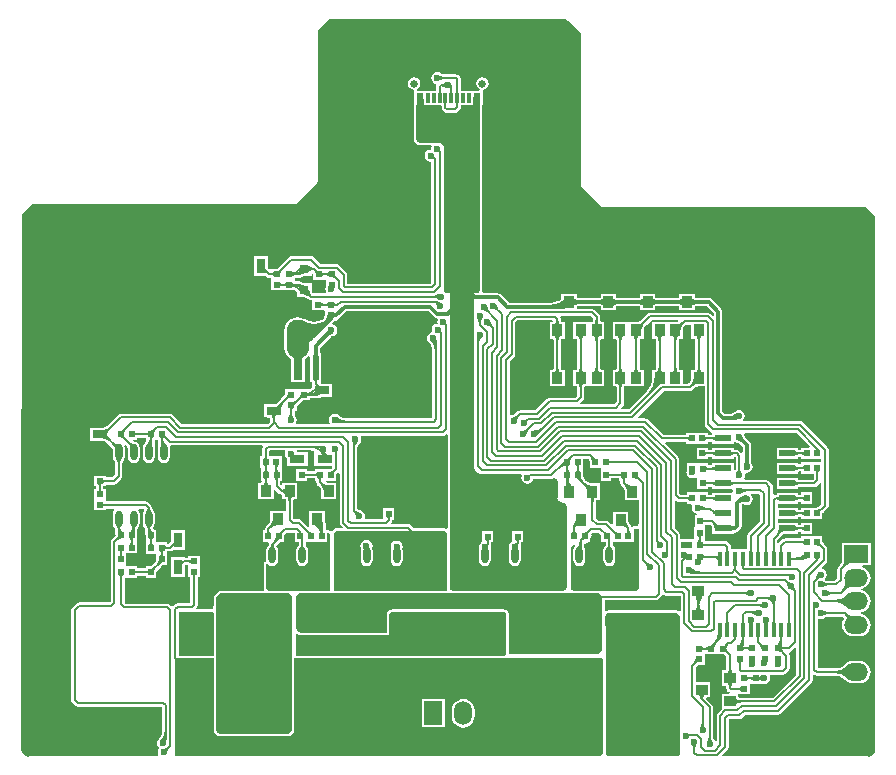
<source format=gtl>
%FSLAX25Y25*%
%MOIN*%
G70*
G01*
G75*
G04 Layer_Physical_Order=1*
G04 Layer_Color=255*
%ADD10C,0.00787*%
%ADD11C,0.01181*%
%ADD12R,0.02756X0.04921*%
%ADD13O,0.07874X0.05906*%
%ADD14R,0.07874X0.05906*%
%ADD15C,0.11811*%
%ADD16R,0.01181X0.03347*%
%ADD17R,0.02362X0.03347*%
%ADD18R,0.03543X0.06693*%
%ADD19O,0.05906X0.07874*%
%ADD20R,0.05906X0.07874*%
%ADD21R,0.05512X0.02362*%
%ADD22R,0.03150X0.07874*%
%ADD23R,0.02362X0.07874*%
%ADD24O,0.07480X0.12992*%
%ADD25R,0.01575X0.04724*%
%ADD26R,0.03937X0.03543*%
%ADD27O,0.02362X0.05512*%
%ADD28R,0.02362X0.01969*%
%ADD29R,0.01969X0.02362*%
%ADD30R,0.04921X0.02756*%
%ADD31R,0.03543X0.03937*%
%ADD32R,0.05118X0.03150*%
%ADD33R,0.03150X0.05118*%
%ADD34R,0.03150X0.03150*%
%ADD35R,0.06693X0.03543*%
%ADD36R,0.03543X0.02362*%
G04:AMPARAMS|DCode=37|XSize=98.43mil|YSize=59.06mil|CornerRadius=14.76mil|HoleSize=0mil|Usage=FLASHONLY|Rotation=90.000|XOffset=0mil|YOffset=0mil|HoleType=Round|Shape=RoundedRectangle|*
%AMROUNDEDRECTD37*
21,1,0.09843,0.02953,0,0,90.0*
21,1,0.06890,0.05906,0,0,90.0*
1,1,0.02953,0.01476,0.03445*
1,1,0.02953,0.01476,-0.03445*
1,1,0.02953,-0.01476,-0.03445*
1,1,0.02953,-0.01476,0.03445*
%
%ADD37ROUNDEDRECTD37*%
%ADD38C,0.07874*%
%ADD39C,0.02559*%
G04:AMPARAMS|DCode=40|XSize=39.37mil|YSize=62.99mil|CornerRadius=17.72mil|HoleSize=0mil|Usage=FLASHONLY|Rotation=180.000|XOffset=0mil|YOffset=0mil|HoleType=Round|Shape=RoundedRectangle|*
%AMROUNDEDRECTD40*
21,1,0.03937,0.02756,0,0,180.0*
21,1,0.00394,0.06299,0,0,180.0*
1,1,0.03543,-0.00197,0.01378*
1,1,0.03543,0.00197,0.01378*
1,1,0.03543,0.00197,-0.01378*
1,1,0.03543,-0.00197,-0.01378*
%
%ADD40ROUNDEDRECTD40*%
G04:AMPARAMS|DCode=41|XSize=39.37mil|YSize=82.68mil|CornerRadius=17.72mil|HoleSize=0mil|Usage=FLASHONLY|Rotation=180.000|XOffset=0mil|YOffset=0mil|HoleType=Round|Shape=RoundedRectangle|*
%AMROUNDEDRECTD41*
21,1,0.03937,0.04724,0,0,180.0*
21,1,0.00394,0.08268,0,0,180.0*
1,1,0.03543,-0.00197,0.02362*
1,1,0.03543,0.00197,0.02362*
1,1,0.03543,0.00197,-0.02362*
1,1,0.03543,-0.00197,-0.02362*
%
%ADD41ROUNDEDRECTD41*%
%ADD42C,0.02362*%
G36*
X-51083Y72933D02*
X-49885D01*
Y71619D01*
X-50100Y71475D01*
X-50535Y70824D01*
X-50688Y70056D01*
Y66906D01*
X-50535Y66138D01*
X-50100Y65487D01*
X-49449Y65052D01*
X-48681Y64899D01*
X-47913Y65052D01*
X-47262Y65487D01*
X-46827Y66138D01*
X-46674Y66906D01*
Y70056D01*
X-46827Y70824D01*
X-47262Y71475D01*
X-47477Y71619D01*
Y72933D01*
X-47441D01*
Y72933D01*
X-40354D01*
Y75752D01*
X-39913Y75987D01*
X-39696Y75842D01*
X-39438Y75456D01*
X-39352Y75023D01*
X-39370Y75000D01*
X-39370D01*
X-39354Y56964D01*
X-39707Y56610D01*
X-49902D01*
X-49902Y56610D01*
X-50062Y56578D01*
X-53064Y56573D01*
X-53248Y56610D01*
X-59386D01*
X-59768Y56686D01*
X-60289Y57034D01*
X-60637Y57555D01*
X-60753Y58139D01*
X-60728Y58169D01*
X-60728D01*
Y59842D01*
X-60752Y65601D01*
X-60274Y65747D01*
X-60100Y65487D01*
X-59449Y65052D01*
X-58681Y64899D01*
X-57913Y65052D01*
X-57262Y65487D01*
X-56827Y66138D01*
X-56674Y66906D01*
Y70056D01*
X-56827Y70824D01*
X-57262Y71475D01*
X-57286Y71720D01*
X-56072Y72933D01*
X-54724D01*
Y75164D01*
X-53829Y76060D01*
X-51083D01*
Y72933D01*
D02*
G37*
G36*
X-394Y75787D02*
Y56890D01*
X-673Y56610D01*
X-37811D01*
X-38189Y56988D01*
Y75886D01*
X-37402Y76673D01*
X-1280D01*
X-394Y75787D01*
D02*
G37*
G36*
X71885Y55349D02*
X71885Y55349D01*
X72275Y55088D01*
X72736Y54997D01*
X72736Y54997D01*
X77437D01*
Y49942D01*
X76976Y49751D01*
X76847Y49879D01*
X76587Y50053D01*
X76279Y50114D01*
X53150D01*
X52842Y50053D01*
X52582Y49879D01*
X52582Y49879D01*
X52544Y49841D01*
X52082Y50032D01*
Y53422D01*
X69094D01*
X69095Y53422D01*
X69555Y53513D01*
X69946Y53774D01*
X70930Y54759D01*
X71191Y55149D01*
X71236Y55374D01*
X71715Y55519D01*
X71885Y55349D01*
D02*
G37*
G36*
X63467Y77148D02*
X63560Y76925D01*
Y67028D01*
X63560Y67027D01*
X63595Y66850D01*
X63606Y57874D01*
X63514Y57413D01*
X63253Y57023D01*
X62862Y56761D01*
X62424Y56674D01*
X62402Y56693D01*
Y56693D01*
X42028Y56672D01*
X41605Y56756D01*
X41247Y56995D01*
X41008Y57353D01*
X40928Y57755D01*
X40945Y57776D01*
X40945D01*
Y59350D01*
X40914Y70472D01*
X41036Y71087D01*
X41384Y71608D01*
X41811Y71893D01*
X42289Y71748D01*
X42372Y71549D01*
X42262Y71475D01*
X41827Y70824D01*
X41674Y70056D01*
Y66906D01*
X41827Y66138D01*
X42262Y65487D01*
X42913Y65052D01*
X43681Y64899D01*
X44449Y65052D01*
X45100Y65487D01*
X45535Y66138D01*
X45688Y66906D01*
Y70056D01*
X45535Y70824D01*
X45299Y71178D01*
Y72148D01*
X46077Y72471D01*
X46680Y72933D01*
X47244D01*
Y73616D01*
X47313Y73706D01*
X47650Y74520D01*
X47765Y75394D01*
X47736D01*
X47732Y75554D01*
X48238Y76060D01*
X50187D01*
X50984Y75262D01*
Y72933D01*
X52477D01*
Y71619D01*
X52262Y71475D01*
X51827Y70824D01*
X51674Y70056D01*
Y66906D01*
X51827Y66138D01*
X52262Y65487D01*
X52913Y65052D01*
X53681Y64899D01*
X54449Y65052D01*
X55100Y65487D01*
X55535Y66138D01*
X55688Y66906D01*
Y70056D01*
X55535Y70824D01*
X55100Y71475D01*
X54885Y71619D01*
Y72933D01*
X61811D01*
Y76870D01*
X61811D01*
Y77301D01*
X63090Y77304D01*
X63467Y77148D01*
D02*
G37*
G36*
X40050Y246644D02*
X44166Y242528D01*
Y192224D01*
X44166Y192224D01*
X44166D01*
X44273Y191687D01*
X44577Y191231D01*
X50877Y184932D01*
X50877D01*
X50877Y184932D01*
X50877D01*
X50877Y184932D01*
Y184932D01*
X50877Y184932D01*
Y184932D01*
X51332Y184627D01*
X51870Y184520D01*
X139379D01*
X142296Y181603D01*
Y117913D01*
X142296Y117912D01*
Y3937D01*
X142309Y3871D01*
X142128Y2958D01*
X141573Y2128D01*
X140743Y1574D01*
X139830Y1392D01*
X139764Y1405D01*
X91520D01*
X91329Y1867D01*
X93076Y3614D01*
X93076Y3614D01*
X93337Y4005D01*
X93429Y4466D01*
X93429Y4466D01*
Y13773D01*
X93609Y13953D01*
X96986D01*
X96986Y13953D01*
X97447Y14045D01*
X97838Y14306D01*
X98907Y15375D01*
X110047D01*
X110047Y15375D01*
X110508Y15467D01*
X110898Y15728D01*
X121090Y25919D01*
X121090Y25919D01*
X121246Y26154D01*
X121351Y26310D01*
X121442Y26771D01*
Y28526D01*
X121904Y28717D01*
X121946Y28676D01*
X122336Y28415D01*
X122797Y28323D01*
X122797Y28323D01*
X128861D01*
Y28311D01*
X128984Y28323D01*
X130153Y28169D01*
X131356Y27671D01*
X132314Y26936D01*
X132372Y26860D01*
X133153Y26261D01*
X134063Y25884D01*
X135039Y25755D01*
X137008D01*
X137984Y25884D01*
X138894Y26261D01*
X139675Y26860D01*
X140275Y27641D01*
X140652Y28551D01*
X140780Y29528D01*
X140652Y30504D01*
X140275Y31414D01*
X139675Y32195D01*
X138894Y32795D01*
X137984Y33171D01*
X137008Y33300D01*
X135039D01*
X134063Y33171D01*
X133153Y32795D01*
X132372Y32195D01*
X132314Y32119D01*
X131356Y31385D01*
X130153Y30886D01*
X128984Y30732D01*
X128861Y30744D01*
Y30732D01*
X123296D01*
X123153Y30875D01*
Y47150D01*
X123543Y47358D01*
X124311Y47205D01*
X125079Y47358D01*
X125730Y47793D01*
X125733Y47797D01*
X125951Y47943D01*
X126212Y47995D01*
Y48005D01*
X126212Y48005D01*
X126212D01*
X126212Y48008D01*
X131582D01*
X131606Y47990D01*
X131728Y47868D01*
X132001Y47460D01*
X131772Y47162D01*
X131395Y46252D01*
X131267Y45276D01*
X131395Y44299D01*
X131772Y43389D01*
X132372Y42608D01*
X133153Y42009D01*
X134063Y41632D01*
X135039Y41503D01*
X137008D01*
X137984Y41632D01*
X138894Y42009D01*
X139675Y42608D01*
X140275Y43389D01*
X140652Y44299D01*
X140780Y45276D01*
X140652Y46252D01*
X140275Y47162D01*
X139675Y47943D01*
X138894Y48543D01*
X137984Y48919D01*
X137657Y48963D01*
Y49463D01*
X137984Y49506D01*
X138894Y49883D01*
X139675Y50482D01*
X140275Y51263D01*
X140652Y52173D01*
X140780Y53150D01*
X140652Y54126D01*
X140275Y55036D01*
X139675Y55817D01*
X138894Y56417D01*
X137984Y56793D01*
X137657Y56837D01*
Y57337D01*
X137984Y57380D01*
X138894Y57757D01*
X139675Y58356D01*
X140275Y59137D01*
X140652Y60047D01*
X140780Y61024D01*
X140652Y62000D01*
X140275Y62910D01*
X139675Y63691D01*
X138894Y64291D01*
X137985Y64667D01*
X138083Y65158D01*
X140748D01*
Y72638D01*
X131299D01*
Y66392D01*
X131041Y65768D01*
X130546Y65124D01*
X130546Y65124D01*
X130546Y65124D01*
Y65123D01*
X130054Y64631D01*
X129793Y64240D01*
X129701Y63779D01*
X129701Y63779D01*
Y60834D01*
X128832Y59964D01*
X126212D01*
Y59978D01*
X125951Y60030D01*
X125733Y60176D01*
X125730Y60179D01*
X125699Y60200D01*
X125601Y60690D01*
X125969Y61240D01*
X126121Y62008D01*
X125969Y62776D01*
X125533Y63427D01*
X124882Y63862D01*
X124589Y63920D01*
X124444Y64399D01*
X125972Y65928D01*
X126233Y66318D01*
X126325Y66779D01*
Y70713D01*
X126325Y70713D01*
X126233Y71174D01*
X125972Y71565D01*
X125972Y71565D01*
X125151Y72386D01*
X125154Y72388D01*
X125133Y72404D01*
X124761Y72776D01*
X124727Y72858D01*
Y74847D01*
X117640D01*
Y74137D01*
X112205D01*
X111744Y74046D01*
X111587Y73941D01*
X111353Y73785D01*
X111353Y73785D01*
X110135Y72566D01*
X110110Y72529D01*
X109631Y72674D01*
Y73523D01*
X110662Y74554D01*
X110662Y74554D01*
X110671Y74546D01*
X110725Y74617D01*
X111527Y75419D01*
X111610Y75453D01*
X116551D01*
Y76218D01*
X117640D01*
Y75438D01*
X121184D01*
Y79375D01*
X117640D01*
Y78626D01*
X116551D01*
Y79390D01*
X109767D01*
Y80453D01*
X116551D01*
Y81218D01*
X117640D01*
Y80457D01*
X124727D01*
Y82446D01*
X124761Y82529D01*
X125133Y82900D01*
X125154Y82916D01*
X125151Y82919D01*
X126396Y84163D01*
X126396Y84163D01*
X126657Y84554D01*
X126749Y85015D01*
X126749Y85015D01*
Y103693D01*
X126749Y103693D01*
X126657Y104154D01*
X126396Y104544D01*
X126396Y104544D01*
X118081Y112859D01*
X117690Y113120D01*
X117229Y113212D01*
X117229Y113212D01*
X98580D01*
X98344Y113653D01*
X98705Y114193D01*
X98857Y114961D01*
X98705Y115729D01*
X98270Y116380D01*
X97619Y116815D01*
X96850Y116968D01*
X96082Y116815D01*
X95431Y116380D01*
X95406Y116342D01*
X94810Y115885D01*
X94075Y115580D01*
X93309Y115480D01*
X92314D01*
X91366Y116428D01*
Y149705D01*
X91259Y150242D01*
X90954Y150698D01*
X87804Y153848D01*
X87348Y154153D01*
X86810Y154260D01*
X82477D01*
X82477Y154269D01*
X82477D01*
Y154269D01*
X82185Y154313D01*
Y155611D01*
X77067D01*
Y154313D01*
X76775Y154269D01*
Y154269D01*
X76775D01*
X76775Y154260D01*
X69354D01*
X69354Y154269D01*
X69354D01*
Y154269D01*
X69062Y154313D01*
Y155611D01*
X63944D01*
Y154313D01*
X63651Y154269D01*
Y154269D01*
X63651D01*
X63651Y154260D01*
X56231D01*
X56231Y154269D01*
X56231D01*
Y154269D01*
X55938Y154313D01*
Y155611D01*
X50820D01*
Y154313D01*
X50528Y154269D01*
Y154269D01*
X50528D01*
X50528Y154260D01*
X43107D01*
X43107Y154269D01*
X43107D01*
Y154269D01*
X42815Y154313D01*
Y155611D01*
X37697D01*
Y153879D01*
X37499Y153716D01*
X36434Y153147D01*
X35278Y152796D01*
X34144Y152684D01*
X20267D01*
X17529Y155423D01*
X17073Y155727D01*
X16535Y155834D01*
X11845D01*
X11239Y156085D01*
X11157Y156318D01*
D01*
Y156318D01*
X11238Y156724D01*
Y156764D01*
X11249Y156802D01*
X11238Y156919D01*
Y157037D01*
X11236Y157041D01*
X11254Y218458D01*
X11455D01*
Y223379D01*
X11455D01*
Y223610D01*
X12183Y223755D01*
X12867Y224212D01*
X13323Y224895D01*
X13484Y225702D01*
X13323Y226508D01*
X12867Y227192D01*
X12183Y227649D01*
X11377Y227809D01*
X10570Y227649D01*
X9886Y227192D01*
X9430Y226508D01*
X9269Y225702D01*
X9430Y224895D01*
X9886Y224212D01*
X10416Y223857D01*
X10271Y223379D01*
X4195D01*
Y227127D01*
X4195Y227127D01*
X4103Y227588D01*
X3842Y227979D01*
X3411Y228411D01*
X3020Y228672D01*
X2559Y228763D01*
X2559Y228763D01*
X-1741D01*
Y228777D01*
X-2002Y228829D01*
X-2220Y228975D01*
X-2222Y228978D01*
X-2874Y229413D01*
X-3642Y229566D01*
X-4410Y229413D01*
X-5061Y228978D01*
X-5496Y228327D01*
X-5649Y227559D01*
X-5496Y226791D01*
X-5061Y226140D01*
X-4410Y225705D01*
X-4160Y225655D01*
X-3969Y225193D01*
X-4027Y225105D01*
X-4119Y224644D01*
X-4119Y224644D01*
Y223379D01*
X-10274D01*
X-10419Y223857D01*
X-9889Y224212D01*
X-9432Y224895D01*
X-9272Y225702D01*
X-9432Y226508D01*
X-9889Y227192D01*
X-10573Y227649D01*
X-11379Y227809D01*
X-12186Y227649D01*
X-12870Y227192D01*
X-13326Y226508D01*
X-13487Y225702D01*
X-13326Y224895D01*
X-12870Y224212D01*
X-12186Y223755D01*
X-11379Y223594D01*
Y223379D01*
X-11379Y223379D01*
X-11379Y223379D01*
Y221285D01*
X-11395Y221207D01*
Y218669D01*
X-11406Y218613D01*
X-11437Y218459D01*
X-11454Y207088D01*
X-11439Y207010D01*
Y206930D01*
X-11355Y206508D01*
Y206508D01*
X-11284Y206338D01*
X-11235Y206218D01*
X-11235Y206218D01*
X-10995Y205860D01*
X-10995Y205860D01*
X-10885Y205749D01*
X-10774Y205639D01*
X-10774Y205639D01*
X-10416Y205399D01*
X-10416Y205399D01*
X-10296Y205350D01*
X-10126Y205279D01*
X-10126D01*
X-9725Y205200D01*
X-9685D01*
X-9647Y205188D01*
X-9529Y205200D01*
X-9411D01*
X-9405Y205202D01*
X-5722Y205224D01*
X-5496Y204803D01*
X-5649Y204035D01*
X-5632Y203953D01*
X-5906Y203680D01*
X-6674Y203527D01*
X-7325Y203092D01*
X-7760Y202441D01*
X-7913Y201673D01*
X-7760Y200905D01*
X-7325Y200254D01*
X-6674Y199819D01*
X-5906Y199666D01*
X-5694Y199493D01*
Y159358D01*
X-6072Y158980D01*
X-33638D01*
Y161939D01*
X-33638Y161939D01*
X-33730Y162400D01*
X-33991Y162791D01*
X-33991Y162791D01*
X-36378Y165178D01*
X-36769Y165439D01*
X-37230Y165530D01*
X-37230Y165530D01*
X-42473D01*
X-44822Y167879D01*
X-45213Y168140D01*
X-45674Y168232D01*
X-45674Y168232D01*
X-52340D01*
X-52341Y168232D01*
X-52801Y168140D01*
X-53192Y167879D01*
X-56715Y164356D01*
X-56717Y164359D01*
X-56733Y164338D01*
X-57104Y163967D01*
X-57187Y163932D01*
X-59176D01*
D01*
X-59176Y163932D01*
X-59176Y163932D01*
Y163932D01*
X-59203Y163915D01*
X-59638Y163735D01*
X-60160Y164258D01*
Y168263D01*
X-64884D01*
Y161570D01*
X-60879D01*
X-60618Y161309D01*
X-60227Y161048D01*
X-59766Y160957D01*
X-59176D01*
Y160389D01*
Y156846D01*
X-55239D01*
Y156846D01*
X-55239D01*
X-55239Y156846D01*
X-54944Y156846D01*
Y156846D01*
X-51140D01*
X-50599Y156431D01*
X-50317Y156064D01*
Y154484D01*
X-48071D01*
X-47955Y154460D01*
Y154460D01*
X-47950Y154464D01*
X-47323Y154340D01*
X-46829Y154010D01*
X-46799Y153970D01*
X-46790Y153978D01*
X-46790Y153978D01*
X-46587Y153774D01*
X-46587Y153774D01*
X-46196Y153513D01*
X-45735Y153422D01*
X-45735Y153422D01*
X-45276D01*
Y150197D01*
X-41339D01*
D01*
X-41339D01*
X-41142Y150000D01*
Y148561D01*
X-41169Y148425D01*
X-41169D01*
X-41167Y148424D01*
X-41265Y147681D01*
X-41435Y147272D01*
X-42251Y146835D01*
X-43460Y146468D01*
X-44717Y146345D01*
X-45974Y146468D01*
X-47182Y146835D01*
X-47883Y147210D01*
X-47890Y147198D01*
X-48037Y147259D01*
X-48050Y147268D01*
X-48064Y147271D01*
X-48960Y147642D01*
X-50142Y147798D01*
X-51324Y147642D01*
X-52426Y147186D01*
X-53371Y146460D01*
X-54097Y145514D01*
X-54553Y144413D01*
X-54709Y143231D01*
Y137719D01*
X-54553Y136537D01*
X-54097Y135436D01*
X-53371Y134490D01*
X-52504Y133825D01*
Y126302D01*
X-47780D01*
Y133825D01*
X-46913Y134490D01*
X-46679Y134795D01*
X-46205Y134635D01*
Y126302D01*
X-45441D01*
Y125711D01*
X-45441Y125711D01*
X-45349Y125250D01*
X-45320Y125206D01*
Y124355D01*
X-45359Y124304D01*
X-46078Y123752D01*
X-46091Y123758D01*
Y123758D01*
X-46091Y123758D01*
X-50028D01*
Y123743D01*
X-50438D01*
Y123743D01*
X-54375D01*
Y122088D01*
X-54386Y122029D01*
X-54416Y121999D01*
D01*
D01*
D01*
D01*
X-54416Y121999D01*
D01*
D01*
X-54423Y121981D01*
X-54423Y121981D01*
D01*
D01*
D01*
X-54428Y121971D01*
D01*
D01*
D01*
X-54428Y121971D01*
D01*
D01*
D01*
D01*
Y121971D01*
D01*
D01*
D01*
D01*
X-54421Y121954D01*
X-54421Y121954D01*
X-54420Y121953D01*
X-54619Y121754D01*
X-54627Y121748D01*
X-54626Y121747D01*
X-54626Y121747D01*
X-55677Y120695D01*
X-55696Y120713D01*
X-55817Y120556D01*
X-57022Y119351D01*
X-57029Y119358D01*
X-57073Y119300D01*
X-57551Y118822D01*
X-61461D01*
Y114491D01*
X-61022D01*
X-59425Y114280D01*
Y114280D01*
X-59417Y114280D01*
Y112955D01*
X-60145Y112228D01*
X-88827D01*
X-91882Y115282D01*
X-92272Y115543D01*
X-92733Y115635D01*
X-92733Y115635D01*
X-109093D01*
X-109554Y115543D01*
X-109710Y115438D01*
X-109945Y115282D01*
X-109945Y115282D01*
X-113726Y111501D01*
X-113726D01*
D01*
Y111501D01*
D01*
X-113726D01*
D01*
D01*
D01*
Y111501D01*
X-113726Y111501D01*
Y111501D01*
D01*
X-113726Y111501D01*
D01*
D01*
Y111501D01*
X-113765Y111462D01*
X-114358Y111065D01*
X-115103Y110917D01*
X-115114Y110926D01*
Y110926D01*
X-115230Y110903D01*
X-119444D01*
Y106572D01*
X-115230D01*
X-115114Y106549D01*
Y106549D01*
X-115105Y106556D01*
X-114409Y106418D01*
X-113848Y106043D01*
X-113037Y105231D01*
Y105209D01*
Y105209D01*
X-112941Y105135D01*
X-111825Y104020D01*
Y101159D01*
X-111673Y100391D01*
X-111238Y99740D01*
X-111234Y99737D01*
X-111088Y99519D01*
X-111036Y99258D01*
X-111022D01*
Y95405D01*
X-112021Y94406D01*
X-114212D01*
Y94974D01*
X-118149D01*
Y91430D01*
X-117401D01*
Y90529D01*
X-118165D01*
Y86986D01*
Y83442D01*
X-114228D01*
Y84010D01*
X-111548D01*
X-111312Y83569D01*
X-111673Y83029D01*
X-111825Y82261D01*
Y79112D01*
X-111673Y78344D01*
X-111238Y77692D01*
X-111234Y77690D01*
X-111088Y77472D01*
X-111036Y77211D01*
X-111022D01*
Y76509D01*
X-111026D01*
X-111022Y76480D01*
Y75785D01*
X-111022Y75785D01*
X-110931Y75324D01*
X-110881Y75250D01*
X-110881Y75250D01*
Y75056D01*
X-110915Y74973D01*
X-111287Y74602D01*
X-111308Y74586D01*
Y74586D01*
Y74581D01*
X-112127Y73762D01*
X-112388Y73372D01*
X-112479Y72911D01*
X-112479Y72911D01*
Y53102D01*
X-112802Y52779D01*
X-123055D01*
X-123055Y52779D01*
X-123516Y52687D01*
X-123907Y52426D01*
X-123907Y52426D01*
X-125382Y50951D01*
X-125643Y50560D01*
X-125734Y50099D01*
X-125734Y50099D01*
Y20285D01*
X-125734Y20285D01*
X-125643Y19825D01*
X-125382Y19434D01*
X-124344Y18396D01*
X-124344Y18396D01*
X-124110Y18239D01*
X-123953Y18135D01*
X-123493Y18043D01*
X-95556D01*
X-95420Y17907D01*
Y9858D01*
X-95539Y8947D01*
X-95904Y8066D01*
X-96447Y7359D01*
X-96498Y7325D01*
X-96933Y6674D01*
X-97086Y5906D01*
X-96933Y5137D01*
X-96498Y4486D01*
X-96498Y4486D01*
X-96301Y4175D01*
X-96736Y3524D01*
X-96889Y2756D01*
X-96736Y1988D01*
X-96641Y1846D01*
X-96877Y1405D01*
X-139764D01*
X-139829Y1392D01*
X-140743Y1574D01*
X-141573Y2128D01*
X-142127Y2958D01*
X-142309Y3871D01*
X-142296Y3937D01*
Y117222D01*
X-142197Y117717D01*
Y182095D01*
X-138887Y185406D01*
X-51279D01*
X-50742Y185513D01*
X-50286Y185818D01*
X-43987Y192117D01*
X-43682Y192573D01*
X-43575Y193110D01*
X-43575Y193110D01*
X-43575Y193110D01*
Y193110D01*
Y243414D01*
X-39674Y247316D01*
X39379D01*
X40050Y246644D01*
D02*
G37*
G36*
X76073Y86594D02*
X76073Y86594D01*
X76464Y86333D01*
X76925Y86241D01*
X76925Y86241D01*
X79451D01*
Y85477D01*
X81009D01*
X81230Y85064D01*
X81077Y84296D01*
X81230Y83528D01*
X81665Y82877D01*
X82316Y82442D01*
X82784Y82349D01*
X82735Y81851D01*
X82093D01*
Y77914D01*
D01*
Y77914D01*
X82061Y77883D01*
X82026D01*
Y73961D01*
X78467D01*
Y73941D01*
X77775Y73803D01*
X77385Y74011D01*
Y75197D01*
X77294Y75658D01*
X77033Y76048D01*
X77033Y76048D01*
X75417Y77664D01*
Y86597D01*
X75879Y86788D01*
X76073Y86594D01*
D02*
G37*
G36*
X-101529Y83880D02*
X-101432Y83390D01*
X-101673Y83029D01*
X-101825Y82261D01*
Y79112D01*
X-101673Y78344D01*
X-101237Y77692D01*
X-101234Y77690D01*
X-101088Y77472D01*
X-101036Y77211D01*
X-101023D01*
Y76604D01*
X-101028D01*
X-101023Y76566D01*
Y75824D01*
X-101023Y75824D01*
X-100931Y75363D01*
X-100931Y75363D01*
X-100931Y75363D01*
X-100860Y75257D01*
X-100842Y75230D01*
Y73108D01*
X-100826D01*
Y72993D01*
X-100826D01*
Y69056D01*
X-97299D01*
Y67023D01*
X-97322Y66907D01*
X-97334D01*
X-97392Y66613D01*
X-97559Y66364D01*
X-97559D01*
X-97559Y66364D01*
Y66364D01*
X-97550Y66356D01*
X-98830Y65075D01*
X-98830Y65075D01*
X-98831Y65076D01*
X-98838Y65068D01*
X-99036Y64870D01*
X-99039Y64871D01*
X-99054Y64877D01*
X-99070Y64871D01*
X-99082Y64866D01*
D01*
X-99082Y64866D01*
D01*
D01*
X-99112Y64836D01*
X-99171Y64824D01*
X-100826D01*
Y64076D01*
X-103795D01*
Y64840D01*
X-107322D01*
Y65119D01*
X-107322D01*
Y69056D01*
D01*
Y69056D01*
X-107306Y69072D01*
X-103795D01*
Y73009D01*
D01*
Y73009D01*
X-103795Y73009D01*
Y73108D01*
X-103795D01*
Y75230D01*
X-103706Y75363D01*
X-103614Y75824D01*
Y76566D01*
X-103609Y76604D01*
X-103614D01*
Y77211D01*
X-103600D01*
X-103548Y77472D01*
X-103403Y77690D01*
X-103399Y77692D01*
X-102964Y78344D01*
X-102811Y79112D01*
Y82261D01*
X-102964Y83029D01*
X-103324Y83569D01*
X-103089Y84010D01*
X-101723D01*
X-101529Y83880D01*
D02*
G37*
G36*
X18793Y49592D02*
X18855Y49550D01*
X19334Y49072D01*
X19375Y49010D01*
X19390Y48937D01*
X19390Y48937D01*
X19390D01*
Y42717D01*
Y35531D01*
X18913Y35055D01*
X-50787D01*
Y42207D01*
X-50326Y42399D01*
X-50076Y42149D01*
X-49815Y41975D01*
X-49508Y41914D01*
X-20488D01*
X-20181Y41975D01*
X-19920Y42149D01*
X-19746Y42409D01*
X-19685Y42717D01*
Y48838D01*
X-19670Y48911D01*
X-19629Y48973D01*
X-19052Y49550D01*
X-18990Y49592D01*
X-18917Y49606D01*
X18720D01*
X18793Y49592D01*
D02*
G37*
G36*
X-52165Y54724D02*
Y34252D01*
D01*
X-52165D01*
Y34252D01*
Y25984D01*
Y25984D01*
X-52165D01*
D01*
Y10020D01*
X-52180Y9947D01*
X-52221Y9885D01*
X-52995Y9111D01*
X-53057Y9070D01*
X-53130Y9055D01*
X-76496D01*
X-76569Y9070D01*
X-76631Y9111D01*
X-77208Y9688D01*
X-77249Y9750D01*
X-77264Y9823D01*
Y34252D01*
Y54724D01*
X-76181Y55807D01*
X-53248D01*
X-52165Y54724D01*
D02*
G37*
G36*
X51575Y33858D02*
Y2362D01*
X50617Y1405D01*
X-90775D01*
X-91142Y1772D01*
Y33465D01*
X-90354Y34252D01*
X-78067D01*
Y9744D01*
X-78005Y9437D01*
X-77832Y9176D01*
X-77143Y8487D01*
X-76882Y8313D01*
X-76575Y8252D01*
X-53051D01*
X-52744Y8313D01*
X-52483Y8487D01*
X-52483Y8488D01*
X-51598Y9373D01*
X-51424Y9634D01*
X-51363Y9941D01*
Y25984D01*
X-51363Y25984D01*
Y34252D01*
X-51363Y34252D01*
X51181D01*
X51575Y33858D01*
D02*
G37*
G36*
X77362Y48228D02*
Y8265D01*
X77324Y8071D01*
X77362Y7877D01*
Y2067D01*
X76700Y1405D01*
X53123D01*
X52461Y2067D01*
Y48622D01*
X53150Y49311D01*
X76279D01*
X77362Y48228D01*
D02*
G37*
G36*
X115884Y37445D02*
Y28611D01*
X108206Y20933D01*
X97443D01*
Y20949D01*
X97353Y20937D01*
X96676Y21072D01*
Y22091D01*
X100416D01*
Y25634D01*
X100514D01*
Y25634D01*
X104451D01*
Y25654D01*
X104547Y25705D01*
X105315Y25552D01*
X106083Y25705D01*
X106734Y26140D01*
X107169Y26791D01*
X107322Y27559D01*
X107169Y28327D01*
X107378Y28717D01*
X111614D01*
X111614Y28717D01*
X112075Y28809D01*
X112466Y29070D01*
X113450Y30054D01*
X113450Y30054D01*
X113606Y30288D01*
X113711Y30445D01*
X113803Y30906D01*
X113803Y30906D01*
X113803Y30906D01*
Y30906D01*
Y34973D01*
X113711Y35434D01*
X113606Y35590D01*
X113471Y35793D01*
X113507Y35882D01*
X113935Y36310D01*
X113973Y36317D01*
X114364Y36578D01*
X115422Y37637D01*
X115884Y37445D01*
D02*
G37*
G36*
X91739Y35537D02*
Y35537D01*
X91746Y35541D01*
X92045Y35418D01*
X92716Y34747D01*
Y30930D01*
X92700D01*
X92712Y30839D01*
X92577Y30162D01*
X91164D01*
Y25044D01*
X92577D01*
X92712Y24367D01*
X92700Y24276D01*
X92716D01*
Y24190D01*
X92716Y24190D01*
X92807Y23730D01*
X93068Y23339D01*
X93396Y23011D01*
X93396Y23011D01*
X93762Y22767D01*
X93617Y22288D01*
X91164D01*
Y17276D01*
X89798Y15911D01*
X89537Y15520D01*
X89445Y15059D01*
X89445Y15059D01*
Y6573D01*
X88961Y6477D01*
X88525Y7128D01*
X88522Y7130D01*
X88376Y7348D01*
X88324Y7610D01*
X88310D01*
Y17847D01*
X88219Y18308D01*
X87958Y18699D01*
X87958Y18699D01*
X86012Y20645D01*
X86203Y21107D01*
X87227D01*
Y26225D01*
X82526D01*
Y31140D01*
X82992Y31606D01*
X82997D01*
X82997D01*
X83013Y31626D01*
X83384Y31998D01*
X83467Y32032D01*
X85455D01*
Y35560D01*
X89377D01*
Y35560D01*
X89376D01*
X89377Y35560D01*
X89574Y35560D01*
Y35560D01*
X91623D01*
X91739Y35537D01*
D02*
G37*
G36*
X51279Y54823D02*
Y36811D01*
X50000Y35531D01*
X20193D01*
Y42717D01*
Y48937D01*
X20193D01*
X20177Y49093D01*
X20163Y49166D01*
Y49166D01*
X20132Y49239D01*
X20132Y49244D01*
X20129Y49248D01*
X20076Y49374D01*
X20076Y49379D01*
X20073Y49383D01*
X20063Y49406D01*
X20043Y49456D01*
X20043Y49456D01*
X20043Y49456D01*
X20001Y49518D01*
X19945Y49574D01*
X19902Y49639D01*
X19423Y50118D01*
X19357Y50162D01*
X19301Y50218D01*
X19239Y50259D01*
X19166Y50290D01*
X19162Y50292D01*
X19158Y50293D01*
X19078Y50326D01*
X19031Y50345D01*
X19027Y50348D01*
X19023Y50349D01*
X18950Y50379D01*
X18950Y50379D01*
D01*
D01*
X18877Y50394D01*
X18798D01*
X18720Y50409D01*
X-18917D01*
X-18994Y50394D01*
X-19074D01*
X-19147Y50379D01*
X-19147Y50379D01*
X-19147D01*
X-19220Y50349D01*
X-19224Y50348D01*
X-19228Y50345D01*
X-19285Y50322D01*
X-19355Y50293D01*
X-19359Y50292D01*
X-19363Y50290D01*
X-19436Y50259D01*
X-19436Y50259D01*
X-19436Y50259D01*
X-19498Y50218D01*
X-19554Y50162D01*
X-19620Y50118D01*
X-20197Y49541D01*
X-20241Y49475D01*
X-20297Y49419D01*
X-20338Y49357D01*
X-20368Y49284D01*
X-20371Y49281D01*
X-20372Y49276D01*
X-20405Y49196D01*
X-20424Y49149D01*
X-20427Y49145D01*
X-20428Y49141D01*
X-20458Y49068D01*
X-20458Y49068D01*
D01*
D01*
X-20472Y48995D01*
Y48916D01*
X-20488Y48838D01*
Y42796D01*
X-20501Y42730D01*
X-20567Y42717D01*
X-49429D01*
X-49502Y42731D01*
X-49564Y42772D01*
X-49758Y42966D01*
X-49932Y43083D01*
X-50018Y43141D01*
X-50223Y43181D01*
X-50326Y43202D01*
X-50326D01*
X-50326D01*
X-50326D01*
X-50434Y43214D01*
X-50787Y44991D01*
Y54921D01*
X-49902Y55807D01*
X50295D01*
X51279Y54823D01*
D02*
G37*
G36*
X-78067Y49326D02*
Y35055D01*
X-89862D01*
Y49705D01*
X-78445D01*
X-78067Y49326D01*
D02*
G37*
G36*
X103914Y88576D02*
Y79731D01*
X99898Y75716D01*
X99637Y75325D01*
X99546Y74864D01*
X99546Y74864D01*
Y70494D01*
X94277D01*
Y71199D01*
X94185Y71660D01*
X94081Y71816D01*
X93924Y72050D01*
X93924Y72050D01*
X93115Y72860D01*
X92724Y73121D01*
X92263Y73213D01*
X92263Y73213D01*
X85554D01*
Y73946D01*
X85569D01*
Y77883D01*
D01*
Y77883D01*
X85601Y77914D01*
X85636D01*
Y78678D01*
X87411D01*
X87502Y78587D01*
Y78587D01*
D01*
X87520Y78569D01*
X87864Y78054D01*
X87989Y77427D01*
X87985Y77422D01*
X87985D01*
X88008Y77306D01*
Y75453D01*
X95095D01*
Y76017D01*
X95631D01*
X96168Y76124D01*
X96624Y76428D01*
X96624Y76428D01*
X96624Y76428D01*
X97352Y77156D01*
X97656Y77612D01*
X97763Y78150D01*
X97763Y78150D01*
X97763Y78150D01*
Y78150D01*
Y85245D01*
X97917Y85398D01*
X98225Y85526D01*
X98441Y85437D01*
X98441Y85437D01*
X98441Y85437D01*
X98493Y85449D01*
X98641Y85350D01*
X99410Y85198D01*
X100178Y85350D01*
X100829Y85786D01*
X101264Y86437D01*
X101417Y87205D01*
X101264Y87973D01*
X100838Y88611D01*
X100908Y88743D01*
X101114Y89052D01*
X103438D01*
X103914Y88576D01*
D02*
G37*
G36*
X48238Y147401D02*
Y146930D01*
X48222D01*
X48234Y146839D01*
X48099Y146162D01*
X46883D01*
D01*
D01*
X46883Y146162D01*
X46752D01*
Y146162D01*
X41634D01*
Y140650D01*
X42850D01*
X42985Y139973D01*
X42973Y139883D01*
X42989D01*
Y131083D01*
X42973D01*
X42985Y130992D01*
X42850Y130315D01*
X41634D01*
Y124804D01*
X42850D01*
X42985Y124127D01*
X42973Y124036D01*
X42989D01*
Y121676D01*
X42316Y121003D01*
X33819D01*
X33358Y120912D01*
X33201Y120807D01*
X32967Y120651D01*
X32967Y120651D01*
X29072Y116755D01*
X23917D01*
X23917Y116755D01*
X23457Y116664D01*
X23066Y116403D01*
X23066Y116403D01*
X22245Y115582D01*
X22245Y115582D01*
X22235Y115591D01*
X22013Y115443D01*
X21756Y115392D01*
X21752Y115393D01*
X20984Y115240D01*
X20936Y115208D01*
X20496Y115444D01*
Y133138D01*
X21970Y134612D01*
X21971Y134612D01*
X22231Y135003D01*
X22323Y135464D01*
Y146014D01*
X23038Y146729D01*
X34695D01*
X34789Y146614D01*
X34575Y146162D01*
X33760D01*
Y140650D01*
X34976D01*
X35111Y139973D01*
X35099Y139883D01*
X35115D01*
Y131083D01*
X35099D01*
X35111Y130992D01*
X34976Y130315D01*
X33760D01*
Y124804D01*
X38878D01*
Y130315D01*
X37662D01*
X37527Y130992D01*
X37539Y131083D01*
X37523D01*
Y139883D01*
X37539D01*
X37527Y139973D01*
X37662Y140650D01*
X38878D01*
Y146162D01*
X37662D01*
X37527Y146839D01*
X37539Y146930D01*
X37523D01*
Y147244D01*
X37431Y147705D01*
X37326Y147863D01*
X37562Y148304D01*
X47336D01*
X48238Y147401D01*
D02*
G37*
G36*
X81004Y140650D02*
X82220D01*
X82355Y139973D01*
X82343Y139883D01*
X82359D01*
Y131083D01*
X82343D01*
X82355Y130992D01*
X82220Y130315D01*
X81004D01*
Y127479D01*
X80981Y127363D01*
X80981D01*
X80985Y127358D01*
X80860Y126731D01*
X80516Y126215D01*
X80130Y125829D01*
X80009Y125737D01*
X80023Y125723D01*
X79915Y125614D01*
X78248D01*
Y130315D01*
X77032D01*
X76897Y130992D01*
X76909Y131083D01*
X76893D01*
Y139883D01*
X76909D01*
X76897Y139973D01*
X77032Y140650D01*
X78248D01*
Y143487D01*
X78271Y143603D01*
X78271D01*
X78267Y143608D01*
X78392Y144235D01*
X78736Y144750D01*
X79122Y145136D01*
X79243Y145229D01*
X79229Y145243D01*
X79337Y145351D01*
X81004D01*
Y140650D01*
D02*
G37*
G36*
X-238Y108725D02*
Y91535D01*
X-213Y91350D01*
X-220Y77402D01*
X-682Y77211D01*
X-712Y77241D01*
X-972Y77415D01*
X-1280Y77476D01*
X-11387D01*
X-11654Y77744D01*
X-11703Y77807D01*
X-11711Y77800D01*
X-11711Y77800D01*
X-12420Y78509D01*
X-12810Y78770D01*
X-13271Y78862D01*
X-13271Y78862D01*
X-18760D01*
X-18811Y78938D01*
X-19006Y79303D01*
X-18769Y79657D01*
X-18678Y80118D01*
Y80315D01*
X-18110D01*
Y84252D01*
X-21654D01*
Y80436D01*
X-27662D01*
X-27870Y80826D01*
X-27717Y81595D01*
X-27870Y82363D01*
X-28305Y83014D01*
X-28956Y83449D01*
X-29724Y83602D01*
X-29729Y83601D01*
X-29986Y83652D01*
X-30207Y83800D01*
X-30217Y83790D01*
X-30217Y83790D01*
X-30292Y83865D01*
Y104094D01*
X-30129Y104914D01*
X-29658Y105618D01*
X-29585Y105667D01*
X-29150Y106318D01*
X-28997Y107087D01*
X-29150Y107855D01*
X-28941Y108245D01*
X-1870D01*
X-1870Y108245D01*
X-1409Y108336D01*
X-1019Y108597D01*
X-700Y108916D01*
X-238Y108725D01*
D02*
G37*
G36*
X85410Y112106D02*
X85410Y112106D01*
X85502Y111645D01*
X85763Y111255D01*
X87436Y109582D01*
X87436Y109581D01*
X87670Y109425D01*
X87827Y109320D01*
X88008Y109284D01*
Y108630D01*
X86440D01*
Y109394D01*
X79353D01*
Y108630D01*
X71593D01*
X66462Y113761D01*
X66071Y114022D01*
X65611Y114114D01*
X65611Y114114D01*
X63320D01*
X63128Y114576D01*
X71759Y123206D01*
X80413D01*
X80413Y123206D01*
X80874Y123297D01*
X81265Y123558D01*
X81726Y124020D01*
X81730Y124016D01*
X82266Y124428D01*
X82892Y124688D01*
X83563Y124776D01*
Y124780D01*
X83679Y124804D01*
X85410D01*
Y112106D01*
D02*
G37*
G36*
X-4711Y148022D02*
X-4255Y147718D01*
X-3717Y147611D01*
X-3668D01*
X-3433Y147170D01*
X-3528Y147028D01*
X-3680Y146260D01*
X-3570Y145703D01*
X-4311Y145555D01*
X-4963Y145120D01*
X-5398Y144469D01*
X-5550Y143701D01*
X-5460Y143245D01*
X-5737Y142829D01*
X-5886Y142799D01*
X-6537Y142364D01*
X-6972Y141713D01*
X-7125Y140945D01*
X-6972Y140177D01*
X-6537Y139526D01*
X-6477Y139486D01*
X-5875Y138700D01*
X-5469Y137720D01*
X-5338Y136728D01*
Y114278D01*
X-5420Y114196D01*
X-34231D01*
Y114197D01*
X-35020Y114301D01*
X-35755Y114605D01*
X-36351Y115063D01*
X-36376Y115100D01*
X-37027Y115535D01*
X-37795Y115688D01*
X-38563Y115535D01*
X-39215Y115100D01*
X-39650Y114449D01*
X-39802Y113681D01*
X-39650Y112913D01*
X-39486Y112669D01*
X-39722Y112228D01*
X-50402D01*
X-50638Y112669D01*
X-50606Y112716D01*
X-50454Y113484D01*
X-50606Y114252D01*
X-51041Y114903D01*
X-51081Y114930D01*
X-51202Y115222D01*
Y115478D01*
X-51197Y115517D01*
X-51202D01*
Y116656D01*
X-50438D01*
Y118198D01*
X-49871Y118765D01*
X-49837Y118791D01*
Y118791D01*
Y118799D01*
X-48562Y120074D01*
X-48264Y120197D01*
X-48256Y120192D01*
Y120192D01*
X-48140Y120215D01*
X-46091D01*
Y120783D01*
X-45022D01*
Y120771D01*
X-44932Y120783D01*
X-43631D01*
X-43631Y120783D01*
X-43567Y120795D01*
X-43503Y120783D01*
Y120780D01*
X-42724Y120883D01*
X-41997Y121184D01*
X-41741Y121381D01*
X-38824D01*
Y125711D01*
X-42266D01*
X-42510Y126076D01*
X-42461Y126253D01*
X-42268Y126302D01*
X-42268D01*
Y135751D01*
X-42832D01*
Y137563D01*
X-39008Y141387D01*
X-38976Y141387D01*
D01*
D01*
X-38975Y141387D01*
X-38975D01*
X-38961Y141402D01*
X-38208Y141551D01*
X-37557Y141986D01*
X-37122Y142637D01*
X-36969Y143405D01*
X-37122Y144174D01*
X-37557Y144825D01*
X-38208Y145260D01*
X-38491Y145316D01*
X-38636Y145794D01*
X-38306Y146124D01*
X-38168Y146238D01*
X-38180Y146250D01*
X-38180Y146251D01*
X-38111Y146354D01*
X-38007Y146424D01*
X-38009Y146426D01*
X-37834Y146653D01*
X-37205D01*
Y147059D01*
X-36864Y147127D01*
X-36408Y147432D01*
X-33965Y149875D01*
X-6563D01*
X-4711Y148022D01*
D02*
G37*
G36*
X-45013Y162100D02*
X-45002Y162044D01*
Y160389D01*
X-41065D01*
Y160389D01*
X-40868Y160389D01*
Y157861D01*
X-40983Y157283D01*
X-40831Y156515D01*
X-40668Y156271D01*
X-40903Y155830D01*
X-45193D01*
X-45449Y156214D01*
X-45574Y156841D01*
X-45570Y156846D01*
X-45570D01*
X-45593Y156962D01*
Y159208D01*
X-47979D01*
X-48068Y159226D01*
X-48099Y159220D01*
X-48152Y159260D01*
X-49187Y159689D01*
X-49209Y159692D01*
X-49266Y159730D01*
X-49727Y159822D01*
X-49727Y159822D01*
X-50195D01*
X-50298Y159835D01*
Y159822D01*
X-51007D01*
Y160389D01*
Y160957D01*
X-50298D01*
Y160943D01*
X-50195Y160957D01*
X-49727D01*
X-49727Y160957D01*
X-49266Y161048D01*
X-49266Y161048D01*
X-49209Y161086D01*
X-49187Y161089D01*
X-48152Y161518D01*
X-48099Y161559D01*
X-48068Y161553D01*
X-47979Y161570D01*
X-45593D01*
Y162188D01*
X-45364Y162310D01*
X-45013Y162100D01*
D02*
G37*
G36*
X-8906Y222291D02*
X-8613Y222095D01*
X-8417Y221802D01*
X-8357Y221499D01*
X-8392Y221457D01*
X-8392D01*
X-8289Y220674D01*
X-8230Y220531D01*
Y218458D01*
X-5564D01*
X-5367Y218432D01*
X-2505Y218439D01*
X-2151Y218085D01*
Y217679D01*
X-2151Y217679D01*
X-2059Y217218D01*
X-1798Y216827D01*
X-1245Y216274D01*
X-1245Y216274D01*
X-855Y216013D01*
X-394Y215922D01*
X-394Y215922D01*
X2165D01*
X2165Y215922D01*
X2626Y216013D01*
X3017Y216274D01*
X3842Y217100D01*
X4103Y217491D01*
X4195Y217951D01*
X4195Y217951D01*
Y218455D01*
Y218458D01*
X5512D01*
X5534Y218435D01*
X5705Y218458D01*
X8306D01*
Y220439D01*
X8389Y220639D01*
X8490Y221410D01*
X8465Y221555D01*
X8465Y221555D01*
X8465D01*
X8454Y221568D01*
X8505Y221824D01*
X8657Y222052D01*
X8885Y222204D01*
X9154Y222258D01*
X9449Y222244D01*
Y222244D01*
X9468Y222260D01*
X9833Y222187D01*
X10158Y221969D01*
X10376Y221644D01*
X10452Y221260D01*
X10433Y156901D01*
X10433D01*
X10450Y156880D01*
X10370Y156474D01*
X10128Y156112D01*
X9766Y155871D01*
X9339Y155786D01*
X-98Y155807D01*
D01*
D01*
D01*
X-125Y155785D01*
X-636Y155887D01*
X-1092Y156192D01*
X-1396Y156647D01*
X-1503Y157185D01*
X-1476Y204134D01*
Y204318D01*
X-1585Y204864D01*
X-1998Y205482D01*
X-2617Y205895D01*
X-3347Y206041D01*
X-9547Y206004D01*
X-9547Y206004D01*
Y206004D01*
X-9568Y205987D01*
X-9970Y206067D01*
X-10328Y206306D01*
X-10567Y206664D01*
X-10651Y207087D01*
X-10634Y218458D01*
X-10592D01*
Y221207D01*
X-9646Y222342D01*
X-9252D01*
Y222342D01*
X-9235Y222357D01*
X-8906Y222291D01*
D02*
G37*
G36*
X76741Y146436D02*
X76360Y146278D01*
X75689Y146190D01*
Y146185D01*
X75573Y146162D01*
X73130D01*
D01*
D01*
X73130Y146162D01*
X72999D01*
Y146162D01*
X67881D01*
Y140650D01*
X69097D01*
X69232Y139973D01*
X69220Y139883D01*
X69235D01*
Y131083D01*
X69220D01*
X69232Y130992D01*
X69097Y130315D01*
X67881D01*
Y127479D01*
X67857Y127363D01*
X67857D01*
X67859Y127361D01*
X67746Y126220D01*
X67413Y125122D01*
X66872Y124110D01*
X66153Y123233D01*
X66143Y123223D01*
D01*
X66143Y123223D01*
X60183Y117263D01*
X57793D01*
X57601Y117725D01*
X58168Y118291D01*
X58429Y118682D01*
X58521Y119143D01*
X58521Y119143D01*
Y124036D01*
X58536D01*
X58524Y124127D01*
X58659Y124804D01*
X59875D01*
Y124804D01*
X59875D01*
X59875Y124804D01*
X60007D01*
Y124804D01*
X65125D01*
Y130315D01*
X63908D01*
X63774Y130992D01*
X63786Y131083D01*
X63770D01*
Y139883D01*
X63786D01*
X63774Y139973D01*
X63908Y140650D01*
X65125D01*
Y143487D01*
X65148Y143603D01*
X65148D01*
X65144Y143608D01*
X65269Y144235D01*
X65613Y144750D01*
X65999Y145136D01*
X66120Y145229D01*
X66106Y145243D01*
X66106Y145243D01*
X67789Y146926D01*
X76643D01*
X76741Y146436D01*
D02*
G37*
G36*
X88556Y149123D02*
Y148407D01*
X88094Y148216D01*
X87328Y148982D01*
X86937Y149243D01*
X86476Y149335D01*
X86476Y149335D01*
X67290D01*
X66829Y149243D01*
X66673Y149138D01*
X66439Y148982D01*
X66439Y148982D01*
X64403Y146946D01*
X64403Y146946D01*
X64399Y146949D01*
X63862Y146537D01*
X63237Y146278D01*
X62566Y146190D01*
Y146185D01*
X62449Y146162D01*
X60007D01*
D01*
D01*
X60007Y146162D01*
X59875D01*
Y146162D01*
X54757D01*
Y140650D01*
X55974D01*
X56108Y139973D01*
X56096Y139883D01*
X56112D01*
Y131083D01*
X56096D01*
X56108Y130992D01*
X55974Y130315D01*
X54757D01*
Y124804D01*
X55974D01*
X56108Y124127D01*
X56096Y124036D01*
X56112D01*
Y119642D01*
X55308Y118838D01*
X44210D01*
X44019Y119300D01*
X45044Y120326D01*
X45044Y120326D01*
X45305Y120716D01*
X45305Y120716D01*
X45305Y120716D01*
X45397Y121177D01*
X45397Y121177D01*
Y124036D01*
X45413D01*
X45401Y124127D01*
X45536Y124804D01*
X46752D01*
Y124804D01*
X46752D01*
X46752Y124804D01*
X46883D01*
Y124804D01*
X52001D01*
Y130315D01*
X50785D01*
X50650Y130992D01*
X50662Y131083D01*
X50647D01*
Y139883D01*
X50662D01*
X50650Y139973D01*
X50785Y140650D01*
X52001D01*
Y146162D01*
X50785D01*
X50650Y146839D01*
X50662Y146930D01*
X50647D01*
Y147900D01*
X50555Y148361D01*
X50294Y148752D01*
X50294Y148752D01*
X48686Y150359D01*
X48296Y150620D01*
X47835Y150712D01*
X47835Y150712D01*
X42815D01*
Y151397D01*
X43107Y151440D01*
Y151440D01*
X43107D01*
X43107Y151450D01*
X50528D01*
X50528Y151440D01*
X50528D01*
Y151440D01*
X50820Y151397D01*
Y150099D01*
X55938D01*
Y151397D01*
X56231Y151440D01*
Y151440D01*
X56231D01*
X56231Y151450D01*
X63651D01*
X63651Y151440D01*
X63651D01*
Y151440D01*
X63944Y151397D01*
Y150099D01*
X69062D01*
Y151397D01*
X69354Y151440D01*
Y151440D01*
X69354D01*
X69354Y151450D01*
X76775D01*
X76775Y151440D01*
X76775D01*
Y151440D01*
X77067Y151397D01*
Y150099D01*
X82185D01*
Y151397D01*
X82477Y151440D01*
Y151440D01*
X82477D01*
X82477Y151450D01*
X86229D01*
X88556Y149123D01*
D02*
G37*
G36*
X96082Y106020D02*
X96835Y105870D01*
X96849Y105856D01*
D01*
D01*
X96850Y105855D01*
X96850Y105855D01*
X96882Y105855D01*
X97549Y105189D01*
X98103Y104635D01*
Y102875D01*
X97641Y102684D01*
X97052Y103273D01*
X96661Y103534D01*
X96200Y103626D01*
X96200Y103626D01*
X95095D01*
Y104390D01*
X88008D01*
Y103610D01*
X86440D01*
Y104375D01*
X82896D01*
Y100438D01*
X86440D01*
Y101202D01*
X88008D01*
Y100453D01*
X95095D01*
Y101218D01*
X95701D01*
X95745Y101174D01*
Y97045D01*
X95609Y97004D01*
X95133Y97099D01*
X95095Y97156D01*
Y99390D01*
X88008D01*
Y98606D01*
X87990Y98602D01*
Y98591D01*
X86538D01*
Y99355D01*
X79451D01*
Y96467D01*
X79391Y96161D01*
X79451Y95856D01*
Y95418D01*
X79539D01*
X79543Y95393D01*
X79979Y94742D01*
X80630Y94307D01*
X81398Y94154D01*
X82166Y94307D01*
X82554Y94566D01*
X82995Y94331D01*
Y90497D01*
X86538D01*
Y91261D01*
X87971D01*
Y91250D01*
X88008Y91243D01*
Y90453D01*
X94646D01*
X94963Y90067D01*
X94942Y89961D01*
X94978Y89777D01*
X94661Y89390D01*
X88008D01*
Y88650D01*
X86538D01*
Y89414D01*
X79451D01*
Y88650D01*
X77423D01*
X76992Y89082D01*
Y100506D01*
X76992Y100506D01*
X76900Y100966D01*
X76639Y101357D01*
X72236Y105760D01*
X72428Y106222D01*
X79353D01*
Y105457D01*
X86440D01*
Y106222D01*
X88008D01*
Y105453D01*
X95095D01*
Y106149D01*
X95536Y106385D01*
X96082Y106020D01*
D02*
G37*
G36*
X-100826Y106950D02*
X-100826D01*
X-100608Y106623D01*
X-100700Y106401D01*
X-101194Y105756D01*
X-101237Y105728D01*
X-101673Y105077D01*
X-101825Y104308D01*
Y101159D01*
X-101673Y100391D01*
X-101237Y99740D01*
X-100586Y99305D01*
X-99818Y99152D01*
X-99050Y99305D01*
X-98399Y99740D01*
X-97964Y100391D01*
X-97811Y101159D01*
Y104308D01*
X-97850Y104505D01*
Y106080D01*
X-97841Y106152D01*
X-97850D01*
Y106950D01*
X-97283D01*
Y106950D01*
X-96715D01*
Y105981D01*
X-96723D01*
X-96715Y105925D01*
Y104861D01*
X-96825Y104308D01*
Y101159D01*
X-96673Y100391D01*
X-96237Y99740D01*
X-95586Y99305D01*
X-94818Y99152D01*
X-94050Y99305D01*
X-93399Y99740D01*
X-92964Y100391D01*
X-92811Y101159D01*
Y104308D01*
X-92891Y104709D01*
X-92574Y105095D01*
X-61943D01*
X-61708Y104654D01*
X-61955Y104284D01*
X-62047Y103823D01*
X-62047Y103823D01*
Y101492D01*
X-62614D01*
Y97555D01*
X-62566D01*
Y97250D01*
X-62566D01*
Y93313D01*
X-62327D01*
X-62128Y93070D01*
X-62342Y92618D01*
X-63287D01*
Y87106D01*
X-58169D01*
Y90163D01*
X-57707Y90355D01*
X-56363Y89011D01*
X-56363Y89011D01*
X-55973Y88750D01*
X-55512Y88658D01*
D01*
D01*
D01*
X-55512Y88657D01*
Y88655D01*
Y88644D01*
X-55509Y88643D01*
X-55413Y88166D01*
Y87106D01*
X-54197D01*
X-54062Y86429D01*
X-54074Y86339D01*
X-54059D01*
Y83169D01*
X-54232D01*
Y83169D01*
X-59350D01*
Y80333D01*
X-59373Y80216D01*
X-59374D01*
X-59370Y80212D01*
X-59494Y79584D01*
X-59839Y79069D01*
X-60225Y78683D01*
X-60345Y78591D01*
X-60345Y78591D01*
X-60331Y78577D01*
X-60891Y78017D01*
X-61152Y77626D01*
X-61244Y77165D01*
D01*
D01*
D01*
X-61244Y77165D01*
D01*
X-61539Y76870D01*
X-61811D01*
Y72933D01*
X-60027D01*
X-59791Y72492D01*
X-59794Y72488D01*
X-59885Y72028D01*
X-59885Y72027D01*
Y71957D01*
X-59899D01*
X-59951Y71696D01*
X-60097Y71478D01*
X-60100Y71475D01*
X-60535Y70824D01*
X-60688Y70056D01*
Y66906D01*
X-60605Y66486D01*
X-60987Y66369D01*
X-61023Y66350D01*
X-61063Y66342D01*
X-61160Y66276D01*
X-61263Y66221D01*
X-61289Y66189D01*
X-61322Y66167D01*
X-61387Y66069D01*
X-61461Y65978D01*
X-61473Y65939D01*
X-61495Y65905D01*
X-61518Y65790D01*
X-61551Y65678D01*
X-61547Y65638D01*
X-61555Y65598D01*
X-61531Y59842D01*
Y58318D01*
X-61541Y58296D01*
Y58178D01*
X-61552Y58060D01*
X-61541Y58022D01*
Y57982D01*
X-61424Y57398D01*
X-61354Y57229D01*
X-61304Y57109D01*
X-61266Y57051D01*
X-61501Y56610D01*
X-76181D01*
X-76488Y56549D01*
X-76749Y56375D01*
X-77832Y55292D01*
X-78005Y55032D01*
X-78067Y54724D01*
Y52409D01*
X-78445Y50507D01*
X-83849D01*
X-84040Y50969D01*
X-83893Y51117D01*
X-83631Y51508D01*
X-83540Y51968D01*
Y61122D01*
X-82776D01*
Y64665D01*
Y68209D01*
X-86713D01*
Y67641D01*
X-87850D01*
Y67793D01*
X-92574D01*
Y61100D01*
X-87850D01*
Y65105D01*
X-87722Y65233D01*
X-86713D01*
Y64665D01*
Y61122D01*
X-85948D01*
Y52484D01*
X-90256D01*
X-90256Y52484D01*
X-90717Y52392D01*
X-91107Y52131D01*
X-91107Y52131D01*
X-91788Y51450D01*
X-92288D01*
X-92827Y51989D01*
X-93217Y52250D01*
X-93678Y52342D01*
X-93678Y52342D01*
X-107572D01*
X-107905Y52675D01*
Y60903D01*
X-103795D01*
Y61667D01*
X-100826D01*
Y60887D01*
X-97283D01*
Y62936D01*
X-97260Y63053D01*
X-97260D01*
X-97265Y63060D01*
X-97141Y63358D01*
X-97127Y63372D01*
X-97127Y63372D01*
X-97127D01*
X-97127Y63372D01*
X-95847Y64652D01*
X-95844Y64649D01*
X-95844Y64649D01*
X-95825Y64675D01*
X-95386Y65114D01*
X-95334Y65135D01*
X-93755D01*
Y69056D01*
X-93740D01*
Y69821D01*
X-92649D01*
X-92649Y69821D01*
X-92188Y69912D01*
X-91884Y70116D01*
X-87850D01*
Y76809D01*
X-92574D01*
Y72803D01*
X-92948Y72429D01*
X-92973Y72410D01*
X-92970Y72407D01*
X-92970Y72407D01*
X-93148Y72229D01*
X-93740D01*
Y72993D01*
X-97283D01*
Y72993D01*
X-97299D01*
Y73108D01*
X-97299D01*
Y77045D01*
X-98183D01*
X-98239Y77118D01*
X-98448Y77622D01*
X-98403Y77690D01*
X-98399Y77692D01*
X-97964Y78344D01*
X-97811Y79112D01*
Y82261D01*
X-97964Y83029D01*
X-98399Y83680D01*
X-98403Y83683D01*
X-98548Y83901D01*
X-98600Y84162D01*
X-98614D01*
Y84169D01*
X-98706Y84629D01*
X-98967Y85020D01*
X-98967Y85020D01*
X-100012Y86065D01*
X-100403Y86326D01*
X-100864Y86418D01*
X-100864Y86418D01*
X-114228D01*
Y86986D01*
Y90529D01*
X-114992D01*
Y91430D01*
X-114212D01*
Y91998D01*
X-111522D01*
X-111522Y91998D01*
X-111061Y92090D01*
X-110671Y92351D01*
X-108967Y94055D01*
X-108706Y94445D01*
X-108614Y94906D01*
X-108614Y94906D01*
Y99258D01*
X-108600D01*
X-108548Y99519D01*
X-108403Y99737D01*
X-108399Y99740D01*
X-107964Y100391D01*
X-107811Y101159D01*
Y104308D01*
X-107949Y105004D01*
X-107509Y105239D01*
X-107113Y104844D01*
Y104838D01*
Y104838D01*
X-107085Y104816D01*
X-106945Y104676D01*
X-106815Y104362D01*
X-106825Y104308D01*
Y101159D01*
X-106673Y100391D01*
X-106237Y99740D01*
X-105586Y99305D01*
X-104818Y99152D01*
X-104050Y99305D01*
X-103399Y99740D01*
X-102964Y100391D01*
X-102811Y101159D01*
Y104308D01*
X-102964Y105077D01*
X-103399Y105728D01*
X-104050Y106163D01*
X-104792Y106310D01*
X-105049Y106739D01*
X-105010Y106868D01*
X-103795D01*
Y107714D01*
X-100826D01*
Y106950D01*
D02*
G37*
G36*
X5555Y101966D02*
X6513Y101569D01*
X7335Y100938D01*
X7966Y100115D01*
X8363Y99158D01*
X8491Y98186D01*
X8442Y98130D01*
X8442D01*
X8533Y97436D01*
X8801Y96790D01*
X9227Y96235D01*
X9782Y95809D01*
X10428Y95541D01*
X11122Y95450D01*
X24304Y95470D01*
X24524Y95059D01*
X24371Y94291D01*
X24524Y93523D01*
X24959Y92872D01*
X25610Y92437D01*
X26378Y92284D01*
X27146Y92437D01*
X27797Y92872D01*
X28232Y93523D01*
X28302Y93875D01*
X34350D01*
X34350Y93875D01*
X34811Y93966D01*
X35001Y94093D01*
X35433Y94095D01*
X35433Y94095D01*
Y94095D01*
X35452Y94110D01*
X35817Y94037D01*
X36143Y93820D01*
X36360Y93494D01*
X36437Y93110D01*
X36417Y87697D01*
X36384D01*
X36514Y87044D01*
X36884Y86490D01*
X37438Y86121D01*
X38091Y85991D01*
Y85991D01*
X38149Y86039D01*
X38628Y85944D01*
X39084Y85639D01*
X39388Y85183D01*
X39496Y84646D01*
X39469Y57972D01*
X39469D01*
X39489Y57948D01*
X39394Y57473D01*
X39112Y57050D01*
X38688Y56767D01*
X38189Y56668D01*
X1476Y56693D01*
Y56693D01*
X1459Y56679D01*
X1131Y56744D01*
X838Y56940D01*
X642Y57233D01*
X573Y57579D01*
X591Y93307D01*
X3248Y102067D01*
X4528D01*
Y102067D01*
X4561Y102096D01*
X5555Y101966D01*
D02*
G37*
G36*
X47022Y100323D02*
X47141Y99724D01*
X47138Y99720D01*
X47138D01*
X47161Y99604D01*
Y97555D01*
X50705D01*
Y97555D01*
X50787D01*
Y97250D01*
X50787D01*
Y93313D01*
X54331D01*
Y94077D01*
X56791D01*
Y93313D01*
X57359D01*
Y92557D01*
X57359Y92557D01*
X57450Y92097D01*
X57711Y91706D01*
X57979Y91438D01*
D01*
X57966Y91426D01*
X58075Y91343D01*
X58250Y91167D01*
X58634Y90593D01*
X58776Y89877D01*
X58769Y89868D01*
X58769D01*
X58792Y89751D01*
Y86915D01*
X63560D01*
Y79695D01*
X63259Y78161D01*
X63259Y78161D01*
X63088Y78107D01*
X61809Y78104D01*
X61656Y78073D01*
X61504Y78042D01*
X61504Y78042D01*
X61504Y78042D01*
X61215Y77995D01*
X61215Y77995D01*
Y77995D01*
D01*
X60954Y78385D01*
X60968Y78399D01*
X60847Y78492D01*
X60461Y78878D01*
X60117Y79393D01*
X59992Y80021D01*
X59996Y80025D01*
X59996D01*
X59973Y80142D01*
Y82978D01*
X54855D01*
Y78995D01*
X54393Y78803D01*
X53506Y79690D01*
X53115Y79951D01*
X52655Y80043D01*
X52654Y80043D01*
X50105D01*
X49268Y80880D01*
Y86147D01*
X49283D01*
X49272Y86238D01*
X49406Y86915D01*
X50622D01*
Y92427D01*
X48180D01*
X48063Y92450D01*
Y92451D01*
X47268Y92555D01*
X46527Y92862D01*
X45891Y93350D01*
X45891Y93350D01*
X45891Y93350D01*
X45890D01*
X45657Y93583D01*
D01*
X45658D01*
D01*
D01*
D01*
X45658Y93583D01*
D01*
D01*
D01*
D01*
X45657Y93583D01*
D01*
X45657D01*
X45657Y93583D01*
X45607Y93634D01*
X45184Y94267D01*
X45024Y95070D01*
X45036Y95084D01*
X45036D01*
X45013Y95201D01*
Y97250D01*
X44965D01*
Y97555D01*
X44965D01*
Y100681D01*
X46782D01*
X47022Y100323D01*
D02*
G37*
G36*
X-44957Y103390D02*
X-44594Y103239D01*
Y102959D01*
X-44594D01*
Y98234D01*
X-38606D01*
Y97618D01*
X-38747Y97477D01*
X-38747Y97477D01*
X-38757Y97487D01*
X-38978Y97339D01*
X-39240Y97287D01*
Y97273D01*
X-39356Y97250D01*
X-44555D01*
Y96486D01*
X-47114D01*
Y97250D01*
X-50657D01*
Y93313D01*
X-47114D01*
Y94077D01*
X-44555D01*
Y93313D01*
X-43987D01*
Y92783D01*
X-43987Y92783D01*
X-43896Y92322D01*
X-43635Y91932D01*
X-43402Y91699D01*
X-43416Y91685D01*
X-43295Y91592D01*
X-42910Y91206D01*
X-42565Y90691D01*
X-42441Y90064D01*
X-42444Y90059D01*
X-42444D01*
X-42421Y89943D01*
Y87106D01*
X-37303D01*
Y92618D01*
X-39746D01*
X-39862Y92641D01*
Y92646D01*
X-40395Y92716D01*
X-40687Y93123D01*
X-40649Y93313D01*
X-37468D01*
Y95302D01*
X-37434Y95384D01*
X-37063Y95755D01*
X-37042Y95771D01*
X-37044Y95774D01*
X-36829Y95989D01*
X-36331Y95940D01*
X-36146Y95662D01*
Y79331D01*
X-36146Y79331D01*
X-36054Y78870D01*
X-35793Y78480D01*
X-35251Y77938D01*
X-35443Y77476D01*
X-37402D01*
X-37402Y77476D01*
X-37709Y77415D01*
X-37969Y77241D01*
X-37969Y77241D01*
X-38725Y76485D01*
X-39225Y76485D01*
X-39250Y76510D01*
X-39250Y76510D01*
D01*
X-39467Y76655D01*
X-39576Y76700D01*
X-39680Y76756D01*
X-39720Y76760D01*
X-39757Y76775D01*
X-39875D01*
X-39992Y76786D01*
X-40030Y76775D01*
X-40070D01*
X-40179Y76730D01*
X-40354Y76870D01*
Y76870D01*
X-40922D01*
Y77521D01*
X-40905D01*
X-40922Y77645D01*
Y78740D01*
X-40931Y78785D01*
X-40944Y78849D01*
X-40922Y78958D01*
X-40913D01*
X-41039Y79914D01*
X-41240Y80399D01*
Y83169D01*
X-46358D01*
Y78141D01*
X-46820Y77950D01*
X-49053Y80182D01*
X-49444Y80443D01*
X-49905Y80535D01*
X-49905Y80535D01*
X-51371D01*
X-51650Y80814D01*
Y86339D01*
X-51634D01*
X-51646Y86429D01*
X-51512Y87106D01*
X-50295D01*
Y92618D01*
X-55413D01*
Y92120D01*
X-55632Y92030D01*
X-56047Y92308D01*
Y93313D01*
X-55480D01*
Y97250D01*
X-55528D01*
Y97555D01*
X-55528D01*
Y101492D01*
X-59071D01*
Y101492D01*
X-59638D01*
Y103324D01*
X-59442Y103520D01*
X-54519D01*
X-54283Y103079D01*
X-54315Y103032D01*
X-54468Y102264D01*
X-54315Y101496D01*
X-53880Y100845D01*
X-53610Y100664D01*
Y98234D01*
X-46917D01*
Y102959D01*
X-50216D01*
X-50473Y103387D01*
X-50402Y103520D01*
X-45949D01*
X-44957Y103390D01*
D02*
G37*
G36*
X120470Y104837D02*
X120279Y104375D01*
X117640D01*
Y103626D01*
X116551D01*
Y104390D01*
X109465D01*
Y100453D01*
X116551D01*
Y101218D01*
X117640D01*
Y100438D01*
X124340D01*
Y99650D01*
X117666D01*
Y98886D01*
X117111D01*
Y98897D01*
X117027Y98886D01*
X116551D01*
Y99390D01*
X109465D01*
Y95453D01*
X116551D01*
Y96370D01*
X117093Y96478D01*
X117666D01*
Y95713D01*
X121776D01*
Y93952D01*
X121451Y93626D01*
X116551D01*
Y94390D01*
X109465D01*
Y90453D01*
X116551D01*
Y91218D01*
X121949D01*
X121950Y91218D01*
X122410Y91309D01*
X122801Y91570D01*
X123832Y92601D01*
X123832Y92601D01*
X123862Y92646D01*
X124340Y92501D01*
Y85514D01*
X123448Y84622D01*
X123448Y84622D01*
X123438Y84631D01*
X123217Y84483D01*
X122955Y84431D01*
Y84417D01*
X122839Y84394D01*
X117640D01*
Y83626D01*
X116551D01*
Y84390D01*
X109767D01*
Y85453D01*
X116551D01*
Y86218D01*
X117640D01*
Y85477D01*
X121184D01*
Y89414D01*
X117640D01*
Y88626D01*
X116551D01*
Y89390D01*
X109465D01*
Y88626D01*
X109075D01*
X108615Y88534D01*
X108192Y89166D01*
Y91338D01*
X108192Y91339D01*
X108101Y91799D01*
X107840Y92190D01*
X107840Y92190D01*
X106713Y93317D01*
X106322Y93578D01*
X105862Y93669D01*
X105861Y93669D01*
X98905D01*
X98669Y94110D01*
X98803Y94311D01*
X98956Y95079D01*
X98845Y95634D01*
X99199Y95987D01*
X99508Y95926D01*
X100276Y96079D01*
X100927Y96514D01*
X101362Y97165D01*
X101515Y97933D01*
X101362Y98701D01*
X100936Y99339D01*
X100936Y99359D01*
Y99359D01*
X100936D01*
D01*
D01*
D01*
D01*
D01*
D01*
D01*
D01*
X100935Y99361D01*
X100935D01*
D01*
D01*
D01*
X100913Y99383D01*
Y105217D01*
X100806Y105754D01*
X100501Y106210D01*
X99536Y107175D01*
X98869Y107842D01*
X98869Y107874D01*
X98869Y107874D01*
X98868Y107876D01*
X98868D01*
D01*
X98868D01*
Y107876D01*
X98854Y107890D01*
X98705Y108642D01*
X98607Y108788D01*
X98843Y109229D01*
X116078D01*
X120470Y104837D01*
D02*
G37*
%LPC*%
G36*
X-17224Y73365D02*
X-17992Y73213D01*
X-18644Y72777D01*
X-19079Y72126D01*
X-19231Y71358D01*
X-19082Y70608D01*
X-19192Y70056D01*
Y66906D01*
X-19039Y66138D01*
X-18604Y65487D01*
X-17953Y65052D01*
X-17185Y64899D01*
X-16417Y65052D01*
X-15766Y65487D01*
X-15331Y66138D01*
X-15178Y66906D01*
Y70056D01*
X-15327Y70806D01*
X-15217Y71358D01*
X-15370Y72126D01*
X-15805Y72777D01*
X-16456Y73213D01*
X-17224Y73365D01*
D02*
G37*
G36*
X-27264Y73562D02*
X-28032Y73409D01*
X-28683Y72974D01*
X-29118Y72323D01*
X-29271Y71555D01*
X-29118Y70787D01*
X-29063Y70705D01*
X-29192Y70056D01*
Y66906D01*
X-29039Y66138D01*
X-28604Y65487D01*
X-27953Y65052D01*
X-27185Y64899D01*
X-26417Y65052D01*
X-25766Y65487D01*
X-25331Y66138D01*
X-25178Y66906D01*
Y70056D01*
X-25331Y70824D01*
X-25386Y70906D01*
X-25257Y71555D01*
X-25409Y72323D01*
X-25845Y72974D01*
X-26496Y73409D01*
X-27264Y73562D01*
D02*
G37*
G36*
X5000Y20547D02*
X4024Y20418D01*
X3114Y20042D01*
X2332Y19442D01*
X1733Y18661D01*
X1356Y17751D01*
X1228Y16774D01*
Y14806D01*
X1356Y13830D01*
X1733Y12920D01*
X2332Y12139D01*
X3114Y11539D01*
X4024Y11162D01*
X5000Y11034D01*
X5976Y11162D01*
X6886Y11539D01*
X7667Y12139D01*
X8267Y12920D01*
X8644Y13830D01*
X8772Y14806D01*
Y16774D01*
X8644Y17751D01*
X8267Y18661D01*
X7667Y19442D01*
X6886Y20042D01*
X5976Y20418D01*
X5000Y20547D01*
D02*
G37*
G36*
X24940Y76679D02*
X21397D01*
Y73160D01*
X20825Y72777D01*
X20390Y72126D01*
X20237Y71358D01*
X20340Y70838D01*
X20331Y70824D01*
X20178Y70056D01*
Y66906D01*
X20331Y66138D01*
X20766Y65487D01*
X21417Y65052D01*
X22185Y64899D01*
X22953Y65052D01*
X23604Y65487D01*
X24039Y66138D01*
X24192Y66906D01*
Y70056D01*
X24089Y70576D01*
X24098Y70590D01*
X24251Y71358D01*
X24142Y71908D01*
X24281Y72117D01*
X24373Y72578D01*
X24373Y72578D01*
Y72742D01*
X24940D01*
Y76679D01*
D02*
G37*
G36*
X14901D02*
X11358D01*
Y73061D01*
X10785Y72679D01*
X10350Y72028D01*
X10198Y71260D01*
X10308Y70707D01*
X10178Y70056D01*
Y66906D01*
X10331Y66138D01*
X10766Y65487D01*
X11417Y65052D01*
X12185Y64899D01*
X12953Y65052D01*
X13604Y65487D01*
X14039Y66138D01*
X14192Y66906D01*
Y70056D01*
X14082Y70609D01*
X14212Y71260D01*
X14117Y71734D01*
X14242Y71921D01*
X14334Y72381D01*
X14334Y72381D01*
Y72742D01*
X14901D01*
Y76679D01*
D02*
G37*
G36*
X-1260Y20515D02*
X-8740D01*
Y11066D01*
X-1260D01*
Y20515D01*
D02*
G37*
%LPD*%
D10*
X128861Y29528D02*
G03*
X133230Y31337I0J6178D01*
G01*
X130762Y29528D02*
G03*
X133787Y30780I0J4277D01*
G01*
X133230Y27718D02*
G03*
X128861Y29528I-4369J-4369D01*
G01*
X133787Y28275D02*
G03*
X130762Y29528I-3024J-3024D01*
G01*
X131398Y64272D02*
G03*
X132548Y68313I-3053J3053D01*
G01*
X132398Y65272D02*
G03*
X133315Y68493I-2434J2434D01*
G01*
X133398Y66272D02*
G03*
X134081Y68673I-1814J1814D01*
G01*
X135039Y66339D02*
G03*
X132351Y65225I0J-3802D01*
G01*
X131299Y56299D02*
G03*
X132537Y60488I-3232J3232D01*
G01*
X132323Y57323D02*
G03*
X133307Y60653I-2569J2569D01*
G01*
X133347Y58347D02*
G03*
X134077Y60818I-1907J1907D01*
G01*
X135039Y58465D02*
G03*
X132351Y57351I0J-3802D01*
G01*
X129337Y53347D02*
G03*
X133230Y54959I0J5506D01*
G01*
X131237Y53347D02*
G03*
X133787Y54402I0J3605D01*
G01*
X133230Y51340D02*
G03*
X128386Y53347I-4844J-4844D01*
G01*
X133787Y51897D02*
G03*
X130287Y53347I-3500J-3500D01*
G01*
X132351Y48948D02*
G03*
X135039Y47835I2688J2688D01*
G01*
X133333Y45753D02*
G03*
X132547Y48752I-2958J827D01*
G01*
X134091Y45541D02*
G03*
X133499Y47800I-2228J623D01*
G01*
X37785Y54321D02*
G03*
X36811Y51968I2352J-2352D01*
G01*
X-89828Y33014D02*
G03*
X-85925Y31398I3903J3903D01*
G01*
X-88484Y31670D02*
G03*
X-85925Y30610I2558J2558D01*
G01*
X-88484Y28839D02*
G03*
X-90487Y33673I-6837J0D01*
G01*
X-87697Y28839D02*
G03*
X-89143Y32329I-4936J0D01*
G01*
X-114558Y93202D02*
G03*
X-115566Y92785I0J-1426D01*
G01*
Y93620D02*
G03*
X-114558Y93202I1008J1008D01*
G01*
X-116196Y91814D02*
G03*
X-116598Y92785I-1372J0D01*
G01*
X-115763D02*
G03*
X-116196Y91738I1046J-1046D01*
G01*
X-95511Y107296D02*
G03*
X-95929Y108304I-1426J0D01*
G01*
X-95094D02*
G03*
X-95511Y107296I1008J-1008D01*
G01*
X-94167Y107574D02*
G03*
X-95511Y108131I-1344J-1344D01*
G01*
X-94921Y108722D02*
G03*
X-94642Y108050I950J0D01*
G01*
X-97979Y110287D02*
G03*
X-98464Y109116I1171J-1171D01*
G01*
X-99054Y109706D02*
G03*
X-98209Y110056I0J1195D01*
G01*
X-99054Y107296D02*
G03*
X-99472Y108304I-1426J0D01*
G01*
X-98637D02*
G03*
X-99054Y107296I1008J-1008D01*
G01*
X-100480Y108919D02*
G03*
X-99472Y109336I0J1426D01*
G01*
Y108501D02*
G03*
X-100480Y108919I-1008J-1008D01*
G01*
X-94086Y71025D02*
G03*
X-95094Y70607I0J-1426D01*
G01*
Y71443D02*
G03*
X-94086Y71025I1008J1008D01*
G01*
X-95527Y69440D02*
G03*
X-95929Y70411I-1372J0D01*
G01*
X-95094D02*
G03*
X-95527Y69364I1046J-1046D01*
G01*
X-99070Y72686D02*
G03*
X-98637Y71639I1480J0D01*
G01*
X-99472D02*
G03*
X-99070Y72610I-970J970D01*
G01*
X-97979Y64224D02*
G03*
X-98464Y63053I1171J-1171D01*
G01*
X-99054Y63643D02*
G03*
X-98209Y63993I0J1195D01*
G01*
X-100442Y62871D02*
G03*
X-99472Y63273I0J1372D01*
G01*
Y62438D02*
G03*
X-100518Y62871I-1046J-1046D01*
G01*
X-113665Y109859D02*
G03*
X-114129Y108738I1121J-1121D01*
G01*
X-115114Y109722D02*
G03*
X-112874Y110649I0J3167D01*
G01*
X-112966Y106864D02*
G03*
X-115114Y107753I-2147J-2147D01*
G01*
X-114129Y108738D02*
G03*
X-113627Y107524I1716J0D01*
G01*
X89154Y39647D02*
G03*
X88196Y37331I2315J-2315D01*
G01*
X87810Y38302D02*
G03*
X87408Y37331I971J-971D01*
G01*
X85786D02*
G03*
X86794Y37749I0J1426D01*
G01*
Y36914D02*
G03*
X85786Y37331I-1008J-1008D01*
G01*
X-109110Y68749D02*
G03*
X-108676Y67703I1480J0D01*
G01*
X-109511D02*
G03*
X-109110Y68673I-970J970D01*
G01*
X83798Y74292D02*
G03*
X83380Y75300I-1426J0D01*
G01*
X84215D02*
G03*
X83798Y74292I1008J-1008D01*
G01*
X99657Y37446D02*
G03*
X100703Y37879I0J1479D01*
G01*
Y37044D02*
G03*
X99733Y37446I-970J-970D01*
G01*
X92886Y38675D02*
G03*
X92329Y37331I1344J-1344D01*
G01*
X91739Y37922D02*
G03*
X92411Y38200I0J950D01*
G01*
X92910Y36256D02*
G03*
X91739Y36741I-1171J-1171D01*
G01*
X92329Y37331D02*
G03*
X92679Y36486I1195J0D01*
G01*
X110986Y38567D02*
G03*
X110631Y37510I886J-886D01*
G01*
X110046Y38020D02*
G03*
X110718Y38299I0J950D01*
G01*
X111472Y37430D02*
G03*
X110464Y37012I0J-1426D01*
G01*
Y37847D02*
G03*
X111472Y37430I1008J1008D01*
G01*
X111217Y36354D02*
G03*
X110046Y36839I-1171J-1171D01*
G01*
X110636Y37430D02*
G03*
X110986Y36585I1195J0D01*
G01*
X109628Y37847D02*
G03*
X110986Y41126I-3278J3278D01*
G01*
X110185Y37290D02*
G03*
X110986Y39224I-1934J1934D01*
G01*
X-48059Y121987D02*
G03*
X-43959Y124113I0J5018D01*
G01*
X-46541Y121987D02*
G03*
X-43315Y123659I0J3947D01*
G01*
X-45022Y121987D02*
G03*
X-42672Y123206I0J2876D01*
G01*
X-43503Y121987D02*
G03*
X-42028Y122752I0J1805D01*
G01*
X-43345Y123595D02*
G03*
X-43804Y125278I-1702J440D01*
G01*
X-54826Y119844D02*
G03*
X-56146Y116656I3187J-3187D01*
G01*
X-56170Y118500D02*
G03*
X-56934Y116656I1843J-1843D01*
G01*
X-58213Y114280D02*
G03*
X-58909Y115960I-2376J0D01*
G01*
X-57517D02*
G03*
X-58213Y114280I1680J-1680D01*
G01*
X-49197Y121142D02*
G03*
X-48847Y121987I-845J845D01*
G01*
X-48256Y121396D02*
G03*
X-49428Y120911I0J-1657D01*
G01*
X-46437Y121987D02*
G03*
X-47445Y121569I0J-1426D01*
G01*
Y122404D02*
G03*
X-46437Y121987I1008J1008D01*
G01*
X53902Y99523D02*
G03*
X52894Y99106I0J-1426D01*
G01*
Y99941D02*
G03*
X53902Y99523I1008J1008D01*
G01*
X48343Y99720D02*
G03*
X47530Y101683I-2776J0D01*
G01*
X-60728Y97625D02*
G03*
X-61260Y98909I-1815J0D01*
G01*
X-60425D02*
G03*
X-60728Y98177I733J-733D01*
G01*
X-60843Y101146D02*
G03*
X-60425Y100138I1426J0D01*
G01*
X-61260D02*
G03*
X-60843Y101146I-1008J1008D01*
G01*
X-57299Y97901D02*
G03*
X-57717Y98909I-1426J0D01*
G01*
X-56882D02*
G03*
X-57299Y97901I1008J-1008D01*
G01*
X40725Y100892D02*
G03*
X40240Y99721I1171J-1171D01*
G01*
X39650Y100311D02*
G03*
X40495Y100661I0J1195D01*
G01*
X39650Y97901D02*
G03*
X39232Y98909I-1426J0D01*
G01*
X40067D02*
G03*
X39650Y97901I1008J-1008D01*
G01*
Y98736D02*
G03*
X36847Y97575I0J-3964D01*
G01*
X39650Y99524D02*
G03*
X38191Y98919I0J-2063D01*
G01*
X43241Y97785D02*
G03*
X42775Y98909I-1589J0D01*
G01*
X43611D02*
G03*
X43241Y98017I892J-892D01*
G01*
X85290Y79883D02*
G03*
X84282Y79465I0J-1426D01*
G01*
Y80300D02*
G03*
X85290Y79883I1008J1008D01*
G01*
X-90295Y72093D02*
G03*
X-92119Y71555I-418J-1943D01*
G01*
X-89484Y66360D02*
G03*
X-88221Y66437I588J751D01*
G01*
X-60430Y162825D02*
G03*
X-62478Y163541I-1768J-1768D01*
G01*
X-41732Y103937D02*
G03*
X-40537Y101540I3001J0D01*
G01*
X-41732Y102358D02*
G03*
X-41011Y100911I1812J0D01*
G01*
X-42083Y101432D02*
G03*
X-41732Y102278I-846J846D01*
G01*
X84471Y20483D02*
G03*
X83528Y22661I-2988J0D01*
G01*
X85414D02*
G03*
X84471Y20483I2045J-2179D01*
G01*
X93920Y30930D02*
G03*
X94894Y28577I3327J0D01*
G01*
X92945D02*
G03*
X93920Y30930I-2352J2352D01*
G01*
Y24276D02*
G03*
X92945Y26629I-3327J0D01*
G01*
X94894D02*
G03*
X93920Y24276I2352J-2352D01*
G01*
X97443Y19729D02*
G03*
X95091Y18755I0J-3327D01*
G01*
Y20703D02*
G03*
X97443Y19729I2352J2352D01*
G01*
X-53681Y71957D02*
G03*
X-53124Y70613I1901J0D01*
G01*
X-54238D02*
G03*
X-53681Y71957I-1344J1344D01*
G01*
X-58681D02*
G03*
X-58124Y70613I1901J0D01*
G01*
X-59238D02*
G03*
X-58681Y71957I-1344J1344D01*
G01*
X70440Y131083D02*
G03*
X71414Y128731I3327J0D01*
G01*
X69465D02*
G03*
X70440Y131083I-2352J2352D01*
G01*
X66994Y122372D02*
G03*
X69062Y127363I-4991J4991D01*
G01*
X68339Y123716D02*
G03*
X69849Y127363I-3647J3647D01*
G01*
X69683Y125060D02*
G03*
X70636Y127363I-2303J2303D01*
G01*
X62566Y131083D02*
G03*
X63540Y128731I3327J0D01*
G01*
X61591D02*
G03*
X62566Y131083I-2352J2352D01*
G01*
X44193Y139883D02*
G03*
X43219Y142235I-3327J0D01*
G01*
X45167D02*
G03*
X44193Y139883I2352J-2352D01*
G01*
X36319Y146930D02*
G03*
X37293Y144577I3327J0D01*
G01*
X35345D02*
G03*
X36319Y146930I-2352J2352D01*
G01*
Y139883D02*
G03*
X35345Y142235I-3327J0D01*
G01*
X37293D02*
G03*
X36319Y139883I2352J-2352D01*
G01*
X70440D02*
G03*
X69465Y142235I-3327J0D01*
G01*
X71414D02*
G03*
X70440Y139883I2352J-2352D01*
G01*
X64779Y145619D02*
G03*
X63944Y143603I2016J-2016D01*
G01*
X62566Y144981D02*
G03*
X65254Y146094I0J3802D01*
G01*
X62566Y139883D02*
G03*
X61591Y142235I-3327J0D01*
G01*
X63540D02*
G03*
X62566Y139883I2352J-2352D01*
G01*
X44193Y124036D02*
G03*
X43219Y126388I-3327J0D01*
G01*
X45167D02*
G03*
X44193Y124036I2352J-2352D01*
G01*
X44193Y131083D02*
G03*
X45167Y128731I3327J0D01*
G01*
X43219D02*
G03*
X44193Y131083I-2352J2352D01*
G01*
X36319Y131083D02*
G03*
X37293Y128731I3327J0D01*
G01*
X35345D02*
G03*
X36319Y131083I-2352J2352D01*
G01*
X23169Y72578D02*
G03*
X22872Y70440I1265J-1265D01*
G01*
X22433Y71842D02*
G03*
X22185Y70056I1057J-1057D01*
G01*
Y71594D02*
G03*
X22646Y70695I1109J0D01*
G01*
X21724D02*
G03*
X22185Y71594I-649J900D01*
G01*
X13129Y72381D02*
G03*
X12869Y70446I1138J-1138D01*
G01*
X12400Y71652D02*
G03*
X12185Y70056I938J-938D01*
G01*
X48681Y71957D02*
G03*
X49238Y70613I1901J0D01*
G01*
X48124D02*
G03*
X48681Y71957I-1344J1344D01*
G01*
X43124Y70613D02*
G03*
X44094Y72955I-2342J2342D01*
G01*
X81350Y125347D02*
G03*
X82185Y127363I-2016J2016D01*
G01*
X83563Y125985D02*
G03*
X80875Y124871I0J-3802D01*
G01*
X83563Y131083D02*
G03*
X84537Y128731I3327J0D01*
G01*
X82589D02*
G03*
X83563Y131083I-2352J2352D01*
G01*
X75689Y131083D02*
G03*
X76663Y128731I3327J0D01*
G01*
X74715D02*
G03*
X75689Y131083I-2352J2352D01*
G01*
X57316Y139883D02*
G03*
X56342Y142235I-3327J0D01*
G01*
X58291D02*
G03*
X57316Y139883I2352J-2352D01*
G01*
X49442Y146930D02*
G03*
X50417Y144577I3327J0D01*
G01*
X48468D02*
G03*
X49442Y146930I-2352J2352D01*
G01*
Y139883D02*
G03*
X48468Y142235I-3327J0D01*
G01*
X50417D02*
G03*
X49442Y139883I2352J-2352D01*
G01*
X83563D02*
G03*
X82589Y142235I-3327J0D01*
G01*
X84537D02*
G03*
X83563Y139883I2352J-2352D01*
G01*
X77902Y145619D02*
G03*
X77067Y143603I2016J-2016D01*
G01*
X75689Y144981D02*
G03*
X78377Y146094I0J3802D01*
G01*
X75689Y139883D02*
G03*
X74715Y142235I-3327J0D01*
G01*
X76663D02*
G03*
X75689Y139883I2352J-2352D01*
G01*
X57316Y124036D02*
G03*
X56342Y126388I-3327J0D01*
G01*
X58291D02*
G03*
X57316Y124036I2352J-2352D01*
G01*
X57316Y131083D02*
G03*
X58291Y128731I3327J0D01*
G01*
X56342D02*
G03*
X57316Y131083I-2352J2352D01*
G01*
X49442Y131083D02*
G03*
X50417Y128731I3327J0D01*
G01*
X48468D02*
G03*
X49442Y131083I-2352J2352D01*
G01*
X-59004Y78200D02*
G03*
X-58169Y80216I-2016J2016D01*
G01*
X-56791Y78839D02*
G03*
X-59480Y77725I0J-3802D01*
G01*
X-60728Y93386D02*
G03*
X-59754Y91033I3327J0D01*
G01*
X-61703D02*
G03*
X-60728Y93386I-2352J2352D01*
G01*
X-55512Y89862D02*
G03*
X-53981Y90656I0J1873D01*
G01*
Y89068D02*
G03*
X-55512Y89862I-1531J-1079D01*
G01*
X-52854Y86339D02*
G03*
X-53829Y88691I-3327J0D01*
G01*
X-51880D02*
G03*
X-52854Y86339I2352J-2352D01*
G01*
X41913Y78009D02*
G03*
X42748Y80025I-2016J2016D01*
G01*
X43957Y78658D02*
G03*
X41831Y77926I-314J-2544D01*
G01*
X39698Y94382D02*
G03*
X41164Y90842I5006J0D01*
G01*
X39698Y92481D02*
G03*
X40607Y90285I3105J0D01*
G01*
X39215Y90842D02*
G03*
X39698Y92007I-1165J1165D01*
G01*
X48063Y86147D02*
G03*
X47089Y88500I-3327J0D01*
G01*
X49038D02*
G03*
X48063Y86147I2352J-2352D01*
G01*
X45039Y92499D02*
G03*
X48063Y91246I3024J3024D01*
G01*
X46383Y91154D02*
G03*
X48063Y90458I1680J1680D01*
G01*
X46685Y89868D02*
G03*
X45990Y91548I-2376J0D01*
G01*
X-42126Y74645D02*
G03*
X-44541Y79056I-5235J0D01*
G01*
X-42126Y76082D02*
G03*
X-44117Y79719I-4316J0D01*
G01*
X-42126Y77521D02*
G03*
X-43693Y80382I-3397J0D01*
G01*
X-42126Y78958D02*
G03*
X-43269Y81046I-2478J0D01*
G01*
X-42551Y92551D02*
G03*
X-39862Y91437I2688J2688D01*
G01*
X-41240Y90059D02*
G03*
X-42075Y92075I-2851J0D01*
G01*
X60102Y77534D02*
G03*
X57414Y78647I-2688J-2688D01*
G01*
X58792Y80025D02*
G03*
X59627Y78009I2851J0D01*
G01*
X58831Y92290D02*
G03*
X61351Y91246I2520J2520D01*
G01*
X59973Y89868D02*
G03*
X59068Y92052I-3089J0D01*
G01*
X-11772Y74889D02*
G03*
X-12562Y76948I-2707J142D01*
G01*
X-19882Y80661D02*
G03*
X-20300Y81669I-1426J0D01*
G01*
X-19464D02*
G03*
X-19882Y80661I1008J-1008D01*
G01*
X-108034Y110204D02*
G03*
X-108519Y109033I1171J-1171D01*
G01*
X-109110Y109623D02*
G03*
X-108265Y109974I0J1195D01*
G01*
Y107699D02*
G03*
X-109110Y108049I-845J-845D01*
G01*
X-108519Y108639D02*
G03*
X-108034Y107468I1656J0D01*
G01*
X-103941Y108919D02*
G03*
X-105149Y108419I0J-1708D01*
G01*
Y109254D02*
G03*
X-104340Y108919I808J808D01*
G01*
X-84744Y61468D02*
G03*
X-85162Y62476I-1426J0D01*
G01*
X-84326D02*
G03*
X-84744Y61468I1008J-1008D01*
G01*
X-86367Y66437D02*
G03*
X-85359Y66855I0J1426D01*
G01*
Y66019D02*
G03*
X-86367Y66437I-1008J-1008D01*
G01*
X85306Y68056D02*
G03*
X84298Y67638I0J-1426D01*
G01*
Y68474D02*
G03*
X85306Y68056I1008J1008D01*
G01*
X80337D02*
G03*
X78704Y67379I0J-2309D01*
G01*
X-96699Y65504D02*
G03*
X-96118Y66907I-1403J1403D01*
G01*
X-95527Y66316D02*
G03*
X-96140Y66062I0J-867D01*
G01*
X-95527Y68726D02*
G03*
X-95109Y67718I1426J0D01*
G01*
X-95944D02*
G03*
X-95527Y68726I-1008J1008D01*
G01*
X-114574Y85214D02*
G03*
X-115582Y84796I0J-1426D01*
G01*
Y85632D02*
G03*
X-114574Y85214I1008J1008D01*
G01*
X-116196Y90183D02*
G03*
X-115779Y89175I1426J0D01*
G01*
X-116614D02*
G03*
X-116196Y90183I-1008J1008D01*
G01*
X82143Y32460D02*
G03*
X82699Y33804I-1344J1344D01*
G01*
X83290Y33213D02*
G03*
X82618Y32935I0J-950D01*
G01*
X85071Y37331D02*
G03*
X84101Y36929I0J-1372D01*
G01*
Y37765D02*
G03*
X85147Y37331I1046J1046D01*
G01*
X-105566Y72663D02*
G03*
X-105149Y71655I1426J0D01*
G01*
X-105984D02*
G03*
X-105566Y72663I-1008J1008D01*
G01*
X-109110Y69418D02*
G03*
X-109527Y70426I-1426J0D01*
G01*
X-108692D02*
G03*
X-109110Y69418I1008J-1008D01*
G01*
X-99070Y73454D02*
G03*
X-99488Y74462I-1426J0D01*
G01*
X-98653D02*
G03*
X-99070Y73454I1008J-1008D01*
G01*
X-99818Y78505D02*
G03*
X-98653Y75691I3980J0D01*
G01*
X-99818Y76604D02*
G03*
X-99209Y75134I2079J0D01*
G01*
X-105984Y75691D02*
G03*
X-104818Y78505I-2814J2814D01*
G01*
X-105427Y75134D02*
G03*
X-104818Y76604I-1470J1470D01*
G01*
X-105566Y73454D02*
G03*
X-105984Y74462I-1426J0D01*
G01*
X-105149D02*
G03*
X-105566Y73454I1008J-1008D01*
G01*
X-109978Y74207D02*
G03*
X-109700Y74879I-672J672D01*
G01*
X-109110Y74289D02*
G03*
X-110454Y73732I0J-1901D01*
G01*
X-109818Y78410D02*
G03*
X-108692Y75691I3845J0D01*
G01*
X-109818Y76509D02*
G03*
X-109249Y75134I1944J0D01*
G01*
X97168Y32476D02*
G03*
X96750Y33485I-1426J0D01*
G01*
X97585D02*
G03*
X97168Y32476I1008J-1008D01*
G01*
X98191Y38469D02*
G03*
X97939Y37582I669J-669D01*
G01*
X97365Y38036D02*
G03*
X98037Y38314I0J950D01*
G01*
X96947Y37863D02*
G03*
X98191Y40866I-3003J3003D01*
G01*
X97504Y37306D02*
G03*
X98191Y38965I-1659J1659D01*
G01*
X98790Y37446D02*
G03*
X97782Y37028I0J-1426D01*
G01*
Y37863D02*
G03*
X98790Y37446I1008J1008D01*
G01*
X85246Y72009D02*
G03*
X84200Y71575I0J-1479D01*
G01*
Y72411D02*
G03*
X85170Y72009I970J970D01*
G01*
X83798Y73577D02*
G03*
X84200Y72607I1372J0D01*
G01*
X83364D02*
G03*
X83798Y73653I-1046J1046D01*
G01*
X104567Y38314D02*
G03*
X105239Y38036I672J672D01*
G01*
X104648Y37445D02*
G03*
X104092Y38790I-1901J0D01*
G01*
X-109110Y61249D02*
G03*
X-109527Y62257I-1426J0D01*
G01*
X-108692D02*
G03*
X-109110Y61249I1008J-1008D01*
G01*
X-104141Y62871D02*
G03*
X-105149Y62454I0J-1426D01*
G01*
Y63289D02*
G03*
X-104141Y62871I1008J1008D01*
G01*
X100070Y27406D02*
G03*
X99062Y26988I0J-1426D01*
G01*
Y27824D02*
G03*
X100070Y27406I1008J1008D01*
G01*
X96825Y23863D02*
G03*
X97833Y24280I0J1426D01*
G01*
Y23445D02*
G03*
X96825Y23863I-1008J-1008D01*
G01*
X124300Y71534D02*
G03*
X122955Y72091I-1344J-1344D01*
G01*
X123546Y72682D02*
G03*
X123824Y72010I950J0D01*
G01*
X118118Y72933D02*
G03*
X118994Y73296I0J1240D01*
G01*
Y72461D02*
G03*
X117855Y72933I-1140J-1140D01*
G01*
X122955Y66853D02*
G03*
X122543Y67830I-1363J0D01*
G01*
X123367D02*
G03*
X122955Y66853I951J-977D01*
G01*
X118543Y67580D02*
G03*
X118822Y68253I-672J672D01*
G01*
X119360Y67664D02*
G03*
X118209Y67246I-128J-1441D01*
G01*
X115794Y67345D02*
G03*
X118994Y68670I0J4526D01*
G01*
X117695Y67345D02*
G03*
X119551Y68113I0J2625D01*
G01*
X-40796Y151969D02*
G03*
X-39788Y152386I0J1426D01*
G01*
Y151551D02*
G03*
X-40796Y151969I-1008J-1008D01*
G01*
X-37551D02*
G03*
X-38559Y151551I0J-1426D01*
G01*
Y152386D02*
G03*
X-37551Y151969I1008J1008D01*
G01*
X-58830Y162161D02*
G03*
X-57822Y162578I0J1426D01*
G01*
Y161743D02*
G03*
X-58830Y162161I-1008J-1008D01*
G01*
X-55863Y163505D02*
G03*
X-56420Y162161I1344J-1344D01*
G01*
X-57010Y162751D02*
G03*
X-56338Y163030I0J950D01*
G01*
X-55585Y158617D02*
G03*
X-56593Y158200I0J-1426D01*
G01*
Y159035D02*
G03*
X-55585Y158617I1008J1008D01*
G01*
X-54598D02*
G03*
X-53589Y159035I0J1426D01*
G01*
Y158200D02*
G03*
X-54598Y158617I-1008J-1008D01*
G01*
X-51352Y158617D02*
G03*
X-52361Y158200I0J-1426D01*
G01*
Y159035D02*
G03*
X-51352Y158617I1008J1008D01*
G01*
Y162161D02*
G03*
X-52361Y161743I0J-1426D01*
G01*
Y162578D02*
G03*
X-51352Y162161I1008J1008D01*
G01*
X-40523Y162161D02*
G03*
X-39514Y162578I0J1426D01*
G01*
Y161743D02*
G03*
X-40523Y162161I-1008J-1008D01*
G01*
X-37532Y161085D02*
G03*
X-38703Y161570I-1171J-1171D01*
G01*
X-38113Y162161D02*
G03*
X-37763Y161316I1195J0D01*
G01*
X-53544Y121126D02*
G03*
X-53194Y121971I-845J845D01*
G01*
X-52603Y121381D02*
G03*
X-53774Y120896I0J-1656D01*
G01*
X-52209Y119018D02*
G03*
X-50692Y119647I0J2145D01*
G01*
X-52406Y117002D02*
G03*
X-52824Y118010I-1426J0D01*
G01*
X-51989D02*
G03*
X-52406Y117002I1008J-1008D01*
G01*
X-41411Y162161D02*
G03*
X-42419Y161743I0J-1426D01*
G01*
Y162578D02*
G03*
X-41411Y162161I1008J1008D01*
G01*
X-43903Y163030D02*
G03*
X-43231Y162751I672J672D01*
G01*
X-43821Y162161D02*
G03*
X-44378Y163505I-1901J0D01*
G01*
X-41684Y151969D02*
G03*
X-42693Y151551I0J-1426D01*
G01*
Y152386D02*
G03*
X-41684Y151969I1008J1008D01*
G01*
X23169Y73088D02*
G03*
X22751Y74096I-1426J0D01*
G01*
X23586D02*
G03*
X23169Y73088I1008J-1008D01*
G01*
X13129D02*
G03*
X12712Y74096I-1426J0D01*
G01*
X13547D02*
G03*
X13129Y73088I1008J-1008D01*
G01*
X-52437Y74287D02*
G03*
X-53681Y71283I3004J-3004D01*
G01*
X-52994Y74844D02*
G03*
X-53681Y73184I1660J-1660D01*
G01*
X-49114Y75096D02*
G03*
X-49659Y76431I-1860J19D01*
G01*
X49630Y74287D02*
G03*
X48681Y71996I2291J-2291D01*
G01*
X-60039Y76524D02*
G03*
X-59622Y75516I1426J0D01*
G01*
X-60457D02*
G03*
X-60039Y76524I-1008J1008D01*
G01*
X-57852Y72856D02*
G03*
X-57087Y74705I-1848J1848D01*
G01*
X41929Y76524D02*
G03*
X42347Y75516I1426J0D01*
G01*
X41512D02*
G03*
X41929Y76524I-1008J1008D01*
G01*
X46409Y75934D02*
G03*
X46063Y75098I835J-835D01*
G01*
X45472Y75689D02*
G03*
X46654Y76178I0J1670D01*
G01*
X44603Y74033D02*
G03*
X44882Y74705I-672J672D01*
G01*
X45472Y74114D02*
G03*
X44128Y73557I0J-1901D01*
G01*
X-60728Y96744D02*
G03*
X-60377Y95896I1199J0D01*
G01*
X-61212D02*
G03*
X-60728Y97064I-1168J1168D01*
G01*
Y93498D02*
G03*
X-61212Y94667I-1652J0D01*
G01*
X-60377D02*
G03*
X-60728Y93819I848J-848D01*
G01*
X-57252Y93659D02*
G03*
X-57669Y94667I-1426J0D01*
G01*
X-56834D02*
G03*
X-57252Y93659I1008J-1008D01*
G01*
X-57299Y97019D02*
G03*
X-56834Y95896I1589J0D01*
G01*
X-57669D02*
G03*
X-57299Y96789I-893J893D01*
G01*
X39650Y97019D02*
G03*
X40115Y95896I1589J0D01*
G01*
X39280D02*
G03*
X39650Y96788I-893J893D01*
G01*
X39698Y93659D02*
G03*
X39280Y94667I-1426J0D01*
G01*
X40115D02*
G03*
X39698Y93659I1008J-1008D01*
G01*
X43241Y96904D02*
G03*
X43658Y95896I1426J0D01*
G01*
X42823D02*
G03*
X43241Y96904I-1008J1008D01*
G01*
X43831Y95084D02*
G03*
X44806Y92732I3327J0D01*
G01*
X43044Y95084D02*
G03*
X43462Y94076I1426J0D01*
G01*
X-42126Y76524D02*
G03*
X-41708Y75516I1426J0D01*
G01*
X-42544D02*
G03*
X-42126Y76524I-1008J1008D01*
G01*
X-46682Y76109D02*
G03*
X-45669Y75689I1013J1013D01*
G01*
X-46260Y75098D02*
G03*
X-46675Y76102I-1419J0D01*
G01*
X60039Y76524D02*
G03*
X60457Y75516I1426J0D01*
G01*
X59622D02*
G03*
X60039Y76524I-1008J1008D01*
G01*
X55315Y76178D02*
G03*
X56496Y75689I1181J1181D01*
G01*
X55905Y75098D02*
G03*
X55560Y75934I-1181J0D01*
G01*
X118024Y77422D02*
G03*
X118994Y77824I0J1372D01*
G01*
Y76989D02*
G03*
X117948Y77422I-1046J-1046D01*
G01*
X123824Y83295D02*
G03*
X123546Y82623I672J-672D01*
G01*
X122955Y83213D02*
G03*
X124300Y83770I0J1901D01*
G01*
X117977Y82422D02*
G03*
X118994Y82843I0J1439D01*
G01*
Y82008D02*
G03*
X117996Y82422I-999J-999D01*
G01*
X-42783Y93659D02*
G03*
X-43201Y94667I-1426J0D01*
G01*
X-42366D02*
G03*
X-42783Y93659I1008J-1008D01*
G01*
X-44209Y95281D02*
G03*
X-43201Y95699I0J1426D01*
G01*
Y94864D02*
G03*
X-44209Y95281I-1008J-1008D01*
G01*
X-38371Y96150D02*
G03*
X-38649Y95478I672J-672D01*
G01*
X-39240Y96069D02*
G03*
X-37896Y96626I0J1901D01*
G01*
X58563Y93659D02*
G03*
X58145Y94667I-1426J0D01*
G01*
X58981D02*
G03*
X58563Y93659I1008J-1008D01*
G01*
X57137Y95281D02*
G03*
X58145Y95699I0J1426D01*
G01*
Y94864D02*
G03*
X57137Y95281I-1008J-1008D01*
G01*
X63450Y93937D02*
G03*
X62106Y94494I-1344J-1344D01*
G01*
X62697Y95084D02*
G03*
X62975Y94412I950J0D01*
G01*
X118231Y97682D02*
G03*
X118971Y98044I0J937D01*
G01*
Y97320D02*
G03*
X118231Y97682I-740J-575D01*
G01*
X118011D02*
G03*
X119020Y98099I0J1426D01*
G01*
Y97264D02*
G03*
X118011Y97682I-1008J-1008D01*
G01*
X122980Y96059D02*
G03*
X122563Y97067I-1426J0D01*
G01*
X123398D02*
G03*
X122980Y96059I1008J-1008D01*
G01*
X117929Y87422D02*
G03*
X118994Y87863I0J1506D01*
G01*
Y87028D02*
G03*
X118043Y87422I-951J-951D01*
G01*
X122955Y104029D02*
G03*
X123373Y103021I1426J0D01*
G01*
X122538D02*
G03*
X122955Y104029I-1008J1008D01*
G01*
X118215Y102422D02*
G03*
X118951Y102775I0J943D01*
G01*
X118936Y102057D02*
G03*
X118215Y102422I-721J-529D01*
G01*
X118024D02*
G03*
X118994Y102824I0J1372D01*
G01*
Y101988D02*
G03*
X117948Y102422I-1046J-1046D01*
G01*
X-47460Y95281D02*
G03*
X-48468Y94864I0J-1426D01*
G01*
Y95699D02*
G03*
X-47460Y95281I1008J1008D01*
G01*
X53985Y95281D02*
G03*
X52977Y94864I0J-1426D01*
G01*
Y95699D02*
G03*
X53985Y95281I1008J1008D01*
G01*
X80256Y101537D02*
G03*
X80534Y102209I-672J672D01*
G01*
X81125Y101619D02*
G03*
X79780Y101062I0J-1901D01*
G01*
X86094Y102406D02*
G03*
X85085Y101988I0J-1426D01*
G01*
Y102824D02*
G03*
X86094Y102406I1008J1008D01*
G01*
X79699Y107426D02*
G03*
X80707Y107843I0J1426D01*
G01*
Y107008D02*
G03*
X79699Y107426I-1008J-1008D01*
G01*
X86094D02*
G03*
X85085Y107008I0J-1426D01*
G01*
Y107843D02*
G03*
X86094Y107426I1008J1008D01*
G01*
X86192Y97386D02*
G03*
X85184Y96969I0J-1426D01*
G01*
Y97804D02*
G03*
X86192Y97386I1008J1008D01*
G01*
X79879Y93809D02*
G03*
X81223Y93253I1344J1344D01*
G01*
X80633Y92662D02*
G03*
X80354Y93334I-950J0D01*
G01*
X86192Y92465D02*
G03*
X85184Y92048I0J-1426D01*
G01*
Y92883D02*
G03*
X86192Y92465I1008J1008D01*
G01*
X79797Y87445D02*
G03*
X80805Y87863I0J1426D01*
G01*
Y87028D02*
G03*
X79797Y87445I-1008J-1008D01*
G01*
X86192D02*
G03*
X85184Y87028I0J-1426D01*
G01*
Y87863D02*
G03*
X86192Y87445I1008J1008D01*
G01*
X104105Y27406D02*
G03*
X103097Y26988I0J-1426D01*
G01*
Y27824D02*
G03*
X104105Y27406I1008J1008D01*
G01*
X100860D02*
G03*
X101868Y27824I0J1426D01*
G01*
Y26988D02*
G03*
X100860Y27406I-1008J-1008D01*
G01*
X-109818Y99258D02*
G03*
X-110375Y100602I-1901J0D01*
G01*
X-109262D02*
G03*
X-109818Y99258I1344J-1344D01*
G01*
X-112174Y106072D02*
G03*
X-109818Y105096I2356J2356D01*
G01*
X-100375Y104865D02*
G03*
X-99054Y108054I-3188J3188D01*
G01*
X-99818Y104308D02*
G03*
X-99054Y106152I-1844J1844D01*
G01*
X-109818Y77211D02*
G03*
X-110375Y78555I-1901J0D01*
G01*
X-109262D02*
G03*
X-109818Y77211I1344J-1344D01*
G01*
X-99818D02*
G03*
X-100375Y78555I-1901J0D01*
G01*
X-99261D02*
G03*
X-99818Y77211I1344J-1344D01*
G01*
Y84162D02*
G03*
X-99261Y82818I1901J0D01*
G01*
X-100375D02*
G03*
X-99818Y84162I-1344J1344D01*
G01*
X-95511Y107882D02*
G03*
X-94261Y104865I4267J0D01*
G01*
X-95511Y105981D02*
G03*
X-94818Y104308I2366J0D01*
G01*
X-106258Y105692D02*
G03*
X-104818Y105096I1440J1440D01*
G01*
X-105606Y104308D02*
G03*
X-106123Y105557I-1765J0D01*
G01*
X-104818Y77211D02*
G03*
X-105375Y78555I-1901J0D01*
G01*
X-104262D02*
G03*
X-104818Y77211I1344J-1344D01*
G01*
X83366Y52047D02*
G03*
X84340Y49695I3327J0D01*
G01*
X82392D02*
G03*
X83366Y52047I-2352J2352D01*
G01*
Y53268D02*
G03*
X82392Y55620I-3327J0D01*
G01*
X84340D02*
G03*
X83366Y53268I2352J-2352D01*
G01*
X90235Y67066D02*
G03*
X87846Y68056I-2389J-2389D01*
G01*
X90792Y67623D02*
G03*
X89747Y68056I-1045J-1045D01*
G01*
X93073Y69870D02*
G03*
X93351Y69198I950J0D01*
G01*
X92794D02*
G03*
X93073Y69870I-672J672D01*
G01*
X95632Y64819D02*
G03*
X95354Y65491I-950J0D01*
G01*
X95910D02*
G03*
X95632Y64819I672J-672D01*
G01*
X98191D02*
G03*
X97913Y65491I-950J0D01*
G01*
X98469D02*
G03*
X98191Y64819I672J-672D01*
G01*
X100750Y69870D02*
G03*
X101028Y69198I950J0D01*
G01*
X100472D02*
G03*
X100750Y69870I-672J672D01*
G01*
X103309D02*
G03*
X103587Y69198I950J0D01*
G01*
X103031D02*
G03*
X103309Y69870I-672J672D01*
G01*
X105868D02*
G03*
X106147Y69198I950J0D01*
G01*
X105590D02*
G03*
X105868Y69870I-672J672D01*
G01*
X108427D02*
G03*
X108705Y69198I950J0D01*
G01*
X108149D02*
G03*
X108427Y69870I-672J672D01*
G01*
X110986D02*
G03*
X111265Y69198I950J0D01*
G01*
X110708D02*
G03*
X110986Y69870I-672J672D01*
G01*
X114496Y67345D02*
G03*
X113824Y67066I0J-950D01*
G01*
Y67623D02*
G03*
X114496Y67345I672J672D01*
G01*
X113545Y46248D02*
G03*
X113824Y45576I950J0D01*
G01*
X113267D02*
G03*
X113545Y46248I-672J672D01*
G01*
X110986Y41197D02*
G03*
X110708Y41869I-950J0D01*
G01*
X111265D02*
G03*
X110986Y41197I672J-672D01*
G01*
X108427Y46248D02*
G03*
X108705Y45576I950J0D01*
G01*
X108149D02*
G03*
X108427Y46248I-672J672D01*
G01*
X103309Y41197D02*
G03*
X103031Y41869I-950J0D01*
G01*
X103587D02*
G03*
X103309Y41197I672J-672D01*
G01*
X100750Y46248D02*
G03*
X101028Y45576I950J0D01*
G01*
X100472D02*
G03*
X100750Y46248I-672J672D01*
G01*
X98191Y41197D02*
G03*
X97913Y41869I-950J0D01*
G01*
X98469D02*
G03*
X98191Y41197I672J-672D01*
G01*
Y46248D02*
G03*
X98469Y45576I950J0D01*
G01*
X97913D02*
G03*
X98191Y46248I-672J672D01*
G01*
X95632Y41197D02*
G03*
X95354Y41869I-950J0D01*
G01*
X95910D02*
G03*
X95632Y41197I672J-672D01*
G01*
X93073Y46248D02*
G03*
X93351Y45576I950J0D01*
G01*
X92794D02*
G03*
X93073Y46248I-672J672D01*
G01*
X89034Y39526D02*
G03*
X90120Y42148I-2622J2622D01*
G01*
X90378Y40870D02*
G03*
X90908Y42148I-1277J1277D01*
G01*
X90514Y41197D02*
G03*
X90235Y41869I-950J0D01*
G01*
X90792D02*
G03*
X90514Y41197I672J-672D01*
G01*
X-44237Y126369D02*
G03*
X-44794Y127714I-1901J0D01*
G01*
X-43680D02*
G03*
X-44237Y126369I1344J-1344D01*
G01*
X109811Y75406D02*
G03*
X110646Y77422I-2016J2016D01*
G01*
X111433Y76635D02*
G03*
X110761Y76356I0J-951D01*
G01*
X116484Y77422D02*
G03*
X115140Y76865I0J-1901D01*
G01*
Y77979D02*
G03*
X116484Y77422I1344J1344D01*
G01*
Y82422D02*
G03*
X115140Y81865I0J-1901D01*
G01*
Y82979D02*
G03*
X116484Y82422I1344J1344D01*
G01*
X109532Y87422D02*
G03*
X110877Y87979I0J1901D01*
G01*
Y86865D02*
G03*
X109532Y87422I-1344J-1344D01*
G01*
X116484D02*
G03*
X115140Y86865I0J-1901D01*
G01*
Y87979D02*
G03*
X116484Y87422I1344J1344D01*
G01*
Y92422D02*
G03*
X115140Y91865I0J-1901D01*
G01*
Y92979D02*
G03*
X116484Y92422I1344J1344D01*
G01*
X117111Y97682D02*
G03*
X115140Y96865I0J-2788D01*
G01*
Y97979D02*
G03*
X115857Y97682I717J717D01*
G01*
X116484Y102422D02*
G03*
X115140Y101865I0J-1901D01*
G01*
Y102979D02*
G03*
X116484Y102422I1344J1344D01*
G01*
X95027D02*
G03*
X93683Y101865I0J-1901D01*
G01*
Y102979D02*
G03*
X95027Y102422I1344J1344D01*
G01*
X88038Y102406D02*
G03*
X89420Y102979I0J1955D01*
G01*
X89420Y101865D02*
G03*
X88114Y102406I-1306J-1306D01*
G01*
X87990Y97386D02*
G03*
X89420Y97979I0J2022D01*
G01*
Y96865D02*
G03*
X88161Y97386I-1259J-1259D01*
G01*
X95132Y92465D02*
G03*
X93683Y91865I0J-2049D01*
G01*
X93683Y92979D02*
G03*
X94923Y92465I1240J1240D01*
G01*
X88180D02*
G03*
X89420Y92979I0J1753D01*
G01*
X89420Y91865D02*
G03*
X87971Y92465I-1449J-1449D01*
G01*
X88133Y87445D02*
G03*
X89420Y87979I0J1820D01*
G01*
Y86865D02*
G03*
X88019Y87445I-1401J-1401D01*
G01*
X88780Y82422D02*
G03*
X89253Y82734I0J516D01*
G01*
Y82110D02*
G03*
X88780Y82422I-474J-204D01*
G01*
X87745Y83457D02*
G03*
X89637Y83132I1175J1175D01*
G01*
X88532Y82670D02*
G03*
X89977Y82422I897J897D01*
G01*
X89304Y78488D02*
G03*
X89977Y78209I672J672D01*
G01*
X89189Y77422D02*
G03*
X88354Y79438I-2851J0D01*
G01*
X88085Y107426D02*
G03*
X89420Y107979I0J1888D01*
G01*
Y106865D02*
G03*
X88066Y107426I-1354J-1354D01*
G01*
X-49727Y158617D02*
G03*
X-48068Y158021I1461J1461D01*
G01*
X-49131Y156959D02*
G03*
X-49727Y158617I-2057J197D01*
G01*
X-45939Y154830D02*
G03*
X-47955Y155665I-2016J-2016D01*
G01*
X-46774Y156846D02*
G03*
X-45939Y154830I2851J0D01*
G01*
X-48987Y156272D02*
G03*
X-52975Y158617I-3987J-2217D01*
G01*
X-48299Y156655D02*
G03*
X-51636Y158617I-3337J-1855D01*
G01*
X-47611Y157037D02*
G03*
X-50298Y158617I-2687J-1493D01*
G01*
X-45104Y163932D02*
G03*
X-47120Y163097I0J-2851D01*
G01*
Y164768D02*
G03*
X-45104Y163932I2016J2016D01*
G01*
X-49727Y162161D02*
G03*
X-49131Y163820I-1461J1461D01*
G01*
X-48068Y162757D02*
G03*
X-49727Y162161I-197J-2057D01*
G01*
X-52975Y162161D02*
G03*
X-48987Y164506I0J4562D01*
G01*
X-51636Y162161D02*
G03*
X-48299Y164124I0J3818D01*
G01*
X-50298Y162161D02*
G03*
X-47611Y163741I0J3074D01*
G01*
X96949Y96980D02*
G03*
X97506Y95635I1901J0D01*
G01*
X96392D02*
G03*
X96949Y96980I-1344J1344D01*
G01*
X99563Y90256D02*
G03*
X97506Y89404I0J-2909D01*
G01*
Y90517D02*
G03*
X98137Y90256I631J631D01*
G01*
X-41732Y101839D02*
G03*
X-42289Y103183I-1901J0D01*
G01*
X-41175D02*
G03*
X-41732Y101839I1344J-1344D01*
G01*
X-42289Y103183D02*
G03*
X-46009Y104724I-3720J-3720D01*
G01*
X-41732Y103740D02*
G03*
X-44109Y104724I-2376J-2376D01*
G01*
X-30447Y106530D02*
G03*
X-31496Y103998I2532J-2532D01*
G01*
X-31004Y107087D02*
G03*
X-31496Y105898I1188J-1188D01*
G01*
X-31069Y82939D02*
G03*
X-29724Y82382I1344J1344D01*
G01*
X-30512Y81595D02*
G03*
X-31069Y82939I-1901J0D01*
G01*
X-1741Y227559D02*
G03*
X-3085Y227002I0J-1901D01*
G01*
Y228116D02*
G03*
X-1741Y227559I1344J1344D01*
G01*
X-1860Y225197D02*
G03*
X-754Y225655I0J1565D01*
G01*
Y224542D02*
G03*
X-2335Y225197I-1582J-1582D01*
G01*
X23096Y114730D02*
G03*
X22539Y113386I1344J-1344D01*
G01*
X21752Y114173D02*
G03*
X23096Y114730I0J1901D01*
G01*
X26344Y110202D02*
G03*
X25787Y108858I1344J-1344D01*
G01*
X25000Y109646D02*
G03*
X26344Y110202I0J1901D01*
G01*
X28543Y109744D02*
G03*
X31789Y111089I0J4590D01*
G01*
X28543Y108957D02*
G03*
X30445Y109744I0J2689D01*
G01*
X-37238Y114238D02*
G03*
X-34231Y112992I3008J3008D01*
G01*
X-37795Y113681D02*
G03*
X-36132Y112992I1663J1663D01*
G01*
X-4134Y136668D02*
G03*
X-5675Y140388I-5261J0D01*
G01*
X-4134Y138569D02*
G03*
X-5118Y140945I-3360J0D01*
G01*
X10990Y141372D02*
G03*
X9843Y138602I2770J-2770D01*
G01*
X10433Y141929D02*
G03*
X9843Y140504I1426J-1426D01*
G01*
X10434Y146236D02*
G03*
X9877Y147580I-1901J0D01*
G01*
X10990D02*
G03*
X10434Y146236I1344J-1344D01*
G01*
X14336Y144817D02*
G03*
X12992Y145374I-1344J-1344D01*
G01*
X13779Y146161D02*
G03*
X14336Y144817I1901J0D01*
G01*
X16403Y150329D02*
G03*
X15059Y150886I-1344J-1344D01*
G01*
X15846Y151673D02*
G03*
X16403Y150329I1901J0D01*
G01*
X-52406Y115254D02*
G03*
X-51904Y114041I1715J0D01*
G01*
X-53017D02*
G03*
X-52406Y115517I-1476J1476D01*
G01*
X84404Y84055D02*
G03*
X83641Y83739I0J-1079D01*
G01*
Y84853D02*
G03*
X85567Y84055I1925J1925D01*
G01*
X83366Y56568D02*
G03*
X84021Y54986I2237J0D01*
G01*
X82908Y54986D02*
G03*
X83366Y56092I-1106J1106D01*
G01*
Y52766D02*
G03*
X82908Y53872I-1565J0D01*
G01*
X84021Y53872D02*
G03*
X83366Y52290I1582J-1582D01*
G01*
X100750Y45237D02*
G03*
X100231Y46490I-1773J0D01*
G01*
X101344D02*
G03*
X100750Y45056I1434J-1434D01*
G01*
X98985Y55807D02*
G03*
X100329Y56364I0J1901D01*
G01*
Y55250D02*
G03*
X98985Y55807I-1344J-1344D01*
G01*
X126212Y58760D02*
G03*
X124868Y58203I0J-1901D01*
G01*
Y59317D02*
G03*
X126212Y58760I1344J1344D01*
G01*
X122770Y60664D02*
G03*
X123327Y62008I-1344J1344D01*
G01*
X124114Y61221D02*
G03*
X122770Y60664I0J-1901D01*
G01*
X127491Y55807D02*
G03*
X126147Y55250I0J-1901D01*
G01*
Y56364D02*
G03*
X127491Y55807I1344J1344D01*
G01*
X108427Y52086D02*
G03*
X107809Y53577I-2109J0D01*
G01*
X108923D02*
G03*
X108427Y52380I1197J-1197D01*
G01*
X106465Y54134D02*
G03*
X107809Y54691I0J1901D01*
G01*
X107809Y53577D02*
G03*
X106465Y54134I-1344J-1344D01*
G01*
X126212Y49213D02*
G03*
X124868Y48656I0J-1901D01*
G01*
X124868Y49769D02*
G03*
X126212Y49213I1344J1344D01*
G01*
X80675Y64139D02*
G03*
X84158Y62697I3483J3483D01*
G01*
X80118Y63583D02*
G03*
X82257Y62697I2139J2139D01*
G01*
X115121Y57030D02*
G03*
X114272Y57382I-850J-850D01*
G01*
X115036Y57980D02*
G03*
X115369Y56782I1226J-304D01*
G01*
X112937Y59509D02*
G03*
X114272Y58957I1334J1334D01*
G01*
X113484Y58169D02*
G03*
X112923Y59523I-1915J0D01*
G01*
X103808Y51772D02*
G03*
X105152Y52328I0J1901D01*
G01*
Y51215D02*
G03*
X103808Y51772I-1344J-1344D01*
G01*
X102019Y49409D02*
G03*
X102888Y49769I0J1229D01*
G01*
Y48656D02*
G03*
X101069Y49409I-1819J-1819D01*
G01*
X103044Y27406D02*
G03*
X104758Y28116I0J2424D01*
G01*
X104758Y27002D02*
G03*
X103784Y27406I-975J-975D01*
G01*
X23169Y72578D02*
G03*
X22976Y71648I612J-612D01*
G01*
X22244Y72146D02*
G03*
X23084Y72494I0J1188D01*
G01*
X22185Y69600D02*
G03*
X21687Y70802I-1699J0D01*
G01*
X22801Y70802D02*
G03*
X22185Y69315I1487J-1487D01*
G01*
X-93538Y4100D02*
G03*
X-94095Y2756I1344J-1344D01*
G01*
X-94882Y3543D02*
G03*
X-93538Y4100I0J1901D01*
G01*
X81988Y4398D02*
G03*
X81431Y5742I-1901J0D01*
G01*
X82545D02*
G03*
X81988Y4398I1344J-1344D01*
G01*
X87106Y7610D02*
G03*
X87663Y6265I1901J0D01*
G01*
X86550D02*
G03*
X87106Y7610I-1344J1344D01*
G01*
X-94215Y7163D02*
G03*
X-94370Y6248I566J-566D01*
G01*
X-95079Y6693D02*
G03*
X-94407Y6971I0J950D01*
G01*
X-95635Y6462D02*
G03*
X-94215Y9891I-3429J3429D01*
G01*
X-95079Y5906D02*
G03*
X-94215Y7990I-2085J2085D01*
G01*
X84744Y12137D02*
G03*
X85301Y10793I1901J0D01*
G01*
X84187D02*
G03*
X84744Y12137I-1344J1344D01*
G01*
X-4170Y152989D02*
G03*
X-2657Y152362I1512J1512D01*
G01*
X-3445Y151575D02*
G03*
X-3932Y152751I-1663J0D01*
G01*
X-4698Y154626D02*
G03*
X-3116Y155281I0J2237D01*
G01*
Y154168D02*
G03*
X-4222Y154626I-1106J-1106D01*
G01*
X13254Y149837D02*
G03*
X11909Y150394I-1344J-1344D01*
G01*
X12697Y151181D02*
G03*
X13254Y149837I1901J0D01*
G01*
X65979Y65813D02*
G03*
X67323Y65256I1344J1344D01*
G01*
X66535Y64468D02*
G03*
X65979Y65813I-1901J0D01*
G01*
X79418Y68832D02*
G03*
X80337Y68056I919J156D01*
G01*
X-32579Y79232D02*
X-20768D01*
X-19882Y80118D02*
Y82283D01*
X-20768Y79232D02*
X-19882Y80118D01*
X-33367Y80020D02*
X-32579Y79232D01*
X-33268Y77658D02*
X-13271D01*
X-34942Y79331D02*
X-33268Y77658D01*
X-13271D02*
X-10493Y74879D01*
X69488Y73130D02*
Y97896D01*
Y73130D02*
X70669Y71949D01*
X64764Y67027D02*
X67323Y64468D01*
X64764Y67027D02*
Y92624D01*
X66339Y68996D02*
X70079Y65256D01*
X38091Y54626D02*
X69095D01*
X70079Y55610D01*
Y65256D01*
X66339Y68996D02*
Y96161D01*
X52476Y99523D02*
X62977D01*
X66339Y96161D01*
X62106Y95281D02*
X64764Y92624D01*
X109849Y37430D02*
X110494Y38075D01*
X119040Y68821D02*
X119412Y68449D01*
X62349Y105035D02*
X69488Y97896D01*
X49806Y105035D02*
X50492D01*
X49806D02*
X62349D01*
X47327Y101886D02*
X48933Y100279D01*
X41719Y101886D02*
X47327D01*
X39650Y99816D02*
X41719Y101886D01*
X48933Y99523D02*
Y100279D01*
X-45735Y154626D02*
X-3051D01*
X-47955Y156846D02*
X-45735Y154626D01*
X-43307Y151969D02*
X-39173D01*
X39764Y88950D02*
X40485Y89671D01*
X-4490Y158860D02*
Y200651D01*
X-57207Y162161D02*
X-52341Y167028D01*
X-45674D01*
X-42972Y164326D01*
X-37230D01*
X-34843Y161939D01*
X-43034Y162161D02*
X-38900D01*
X-44805Y163932D02*
X-43034Y162161D01*
X-47955Y163932D02*
X-44805D01*
X-49727Y162161D02*
X-47955Y163932D01*
X-52975Y162161D02*
X-49727D01*
X-59766Y162161D02*
X-57207D01*
X-62522Y164917D02*
X-59766Y162161D01*
X-49727Y158617D02*
X-47955Y156846D01*
X-52975Y158617D02*
X-49727D01*
X-57207Y158617D02*
X-52975D01*
X-90256Y51279D02*
X-85433D01*
X-91066Y34252D02*
Y50470D01*
X-85433Y51279D02*
X-84744Y51968D01*
X-91066Y50470D02*
X-90256Y51279D01*
X-84744Y51968D02*
Y62894D01*
X84471Y20483D02*
X87106Y17847D01*
Y5709D02*
Y17847D01*
X84471Y20483D02*
Y23666D01*
X81321Y21405D02*
X84744Y17982D01*
Y10236D02*
Y17982D01*
X81321Y21405D02*
Y31638D01*
X83487Y33804D01*
X86116Y3347D02*
X86713D01*
X85433D02*
X86713D01*
X84350Y4429D02*
X85433Y3347D01*
X84350Y4429D02*
Y7278D01*
X82967Y8662D02*
X84350Y7278D01*
X79921Y8662D02*
X82967D01*
X79331Y8071D02*
X79921Y8662D01*
X84350Y1772D02*
X85138D01*
X82874D02*
X85138D01*
X81988Y2657D02*
X82874Y1772D01*
X81988Y2657D02*
Y6299D01*
X-95177Y6201D02*
X-94215Y7163D01*
Y18406D01*
X-95057Y19248D02*
X-94215Y18406D01*
X-123493Y19248D02*
X-95057D01*
X-124530Y20285D02*
Y50099D01*
Y20285D02*
X-123493Y19248D01*
X-124530Y50099D02*
X-123055Y51575D01*
X-112303D01*
X-111275Y52603D01*
Y72911D01*
X-109110Y75076D01*
X-91066Y34252D02*
X-85925Y29111D01*
Y26870D02*
Y29111D01*
X-92641Y4997D02*
Y50099D01*
X-94882Y2756D02*
X-92641Y4997D01*
X-93678Y51137D02*
X-92641Y50099D01*
X-108071Y51137D02*
X-93678D01*
X-109110Y52176D02*
X-108071Y51137D01*
X-109110Y52176D02*
Y62871D01*
X-58013Y116656D02*
X-52698Y121971D01*
X-52406D01*
X-58213Y116656D02*
X-58013D01*
X-51911Y118428D02*
X-48352Y121987D01*
X-48060D01*
X-52406Y118428D02*
X-51911D01*
X-48075Y121971D02*
X-48060Y121987D01*
X-43631D01*
X-42072Y123546D01*
X-44237Y125711D02*
X-42072Y123546D01*
X-44237Y125711D02*
Y131026D01*
X111827Y97422D02*
X112087Y97682D01*
X118231D01*
X111827Y102422D02*
X118215D01*
X118231Y102406D01*
X61334Y114484D02*
X71260Y124410D01*
X80413D01*
X83563Y127560D01*
X62566Y143406D02*
X67290Y148131D01*
X75689Y143406D02*
X78839Y146556D01*
X122955Y72879D02*
X125121Y70713D01*
X119388Y87422D02*
X119412Y87445D01*
X119408Y82422D02*
X119412Y82426D01*
X111827Y82422D02*
X119408D01*
X119396Y77422D02*
X119412Y77406D01*
X119358Y72933D02*
X119412Y72879D01*
X90347Y87445D02*
X90370Y87422D01*
X90327Y92465D02*
X90370Y92422D01*
X90335Y97386D02*
X90370Y97422D01*
X90354Y102406D02*
X90370Y102422D01*
X90366Y107426D02*
X90370Y107422D01*
X102483Y27406D02*
X102877Y27800D01*
X98447Y27406D02*
X102483D01*
X101302Y37446D02*
X101318Y37461D01*
X97168Y37446D02*
X101302D01*
X98404Y23819D02*
X98447Y23863D01*
X93920Y27603D02*
Y35246D01*
X91834Y37331D02*
X93920Y35246D01*
X91542Y37331D02*
X91834D01*
X83487Y37347D02*
X83503Y37331D01*
X87408D01*
X36319Y127560D02*
X36319Y127560D01*
X36319Y127560D02*
Y143406D01*
X57316Y127560D02*
X57316Y127560D01*
X57316Y127560D02*
Y143406D01*
X83563Y127560D02*
X83563Y127560D01*
Y143406D01*
X75689Y127560D02*
X75689Y127560D01*
Y143406D01*
X70440Y127560D02*
Y143406D01*
X62566Y127560D02*
Y143406D01*
X49442Y127560D02*
X49442Y127560D01*
X49442Y127560D02*
Y143406D01*
X44193Y127560D02*
X44193Y127560D01*
X44193Y127560D02*
Y143406D01*
X-109110Y108544D02*
X-104818Y104252D01*
X-109110Y108544D02*
Y108836D01*
X-104818Y102734D02*
Y104252D01*
X-111522Y93202D02*
X-109818Y94906D01*
Y102734D01*
X-116181Y93202D02*
X-111522D01*
X-116196Y93186D02*
X-116181Y93202D01*
X-116196Y88757D02*
Y93186D01*
X-99818Y80686D02*
Y84169D01*
X-88221Y66437D02*
X-84744D01*
X-90212Y64446D02*
X-88221Y66437D01*
X-92649Y71025D02*
X-90212Y73462D01*
X-95511Y71025D02*
X-92649D01*
X-99070Y71041D02*
X-99054Y71025D01*
X-99070Y71041D02*
Y75076D01*
X-99818Y75824D02*
X-99070Y75076D01*
X-99818Y75824D02*
Y80686D01*
X-95527Y71009D02*
X-95511Y71025D01*
X-95527Y67104D02*
Y71009D01*
X-99054Y63148D02*
X-95527Y66676D01*
X-99054Y62856D02*
Y63148D01*
X-95527Y66676D02*
Y67104D01*
X-99070Y62871D02*
X-99054Y62856D01*
X-105566Y62871D02*
X-99070D01*
X-109110Y67104D02*
X-109094Y67088D01*
X-109110Y67104D02*
Y71041D01*
X-105566D02*
Y75076D01*
X-104818Y75824D01*
Y80686D01*
X-109818Y75785D02*
X-109110Y75076D01*
X-109818Y75785D02*
Y80686D01*
X58563Y92557D02*
X61449Y89671D01*
X58563Y92557D02*
Y95281D01*
X52559D02*
X58563D01*
X39650Y99524D02*
Y99816D01*
X43241Y94297D02*
Y95281D01*
X43193Y99524D02*
X43241Y99476D01*
Y95281D02*
Y99476D01*
X39650Y95329D02*
X39698Y95281D01*
X39650Y95329D02*
Y99524D01*
X39698Y90458D02*
X40485Y89671D01*
X39698Y90458D02*
Y95281D01*
X43930Y80222D02*
X43948Y80204D01*
X-42783Y92783D02*
X-39862Y89862D01*
X-42783Y92783D02*
Y95281D01*
X-48886D02*
X-42783D01*
X-57252Y91602D02*
X-55512Y89862D01*
X-52854D01*
X-57252Y91602D02*
Y95281D01*
X-57299Y95329D02*
X-57252Y95281D01*
X-57299Y95329D02*
Y99524D01*
X-60843Y99524D02*
X-60728Y99410D01*
X-94038Y111281D02*
X-90631Y107874D01*
X-105566Y108836D02*
X-105484Y108919D01*
X-99054D01*
X-99818Y102734D02*
X-99054Y103498D01*
Y108919D01*
X-95511Y103427D02*
X-94818Y102734D01*
X-95511Y103427D02*
Y108919D01*
X-99054Y109211D02*
X-96985Y111281D01*
X-99054Y108919D02*
Y109211D01*
X-96985Y111281D02*
X-94038D01*
X-95511Y108919D02*
X-92892Y106299D01*
X43307Y68855D02*
X43681Y68481D01*
X12185Y71437D02*
X13129Y72381D01*
Y74710D01*
X23169Y72578D02*
Y74710D01*
X22185Y71595D02*
X23169Y72578D01*
X-35925Y153051D02*
X-4232D01*
X-39173Y151969D02*
X-37008D01*
X-35925Y153051D01*
X-4232D02*
X-2756Y151575D01*
X83661Y84055D02*
X87146D01*
X88779Y82422D02*
X90370D01*
X87146Y84055D02*
X88779Y82422D01*
X79036Y94653D02*
X81223Y92465D01*
X79036Y94653D02*
Y100317D01*
X81125Y102406D01*
X84766Y87445D02*
X91528D01*
X84766Y97386D02*
X91516D01*
X84668Y107426D02*
X91547D01*
X78839Y146556D02*
X85824D01*
X86614Y145765D01*
Y112106D02*
X88287Y110433D01*
X86614Y112106D02*
Y145765D01*
X88287Y110433D02*
X116577D01*
X67290Y148131D02*
X86476D01*
X88189Y146418D01*
Y113583D02*
Y146418D01*
Y113583D02*
X89764Y112008D01*
X117229D01*
X122955Y102406D02*
Y104055D01*
X116577Y110433D02*
X122955Y104055D01*
X122980Y93453D02*
Y97682D01*
X121950Y92422D02*
X122980Y93453D01*
X111827Y92422D02*
X113008D01*
X121950D01*
X82874Y84842D02*
X83661Y84055D01*
X87910Y79883D02*
X90036Y77756D01*
X83865Y79883D02*
X87910D01*
X83798Y72009D02*
Y75914D01*
X83366Y48720D02*
Y56594D01*
X83881Y68056D02*
X86815D01*
X89310D01*
X86815D02*
X89802D01*
X90514Y67345D01*
X92263Y72009D02*
X93073Y71199D01*
Y67345D02*
Y71199D01*
X83798Y72009D02*
X92263D01*
X90514Y41006D02*
Y43723D01*
X87408Y37900D02*
X90514Y41006D01*
X95632Y40415D02*
Y43723D01*
X94302Y39086D02*
X95632Y40415D01*
X91542Y37331D02*
X93296Y39086D01*
X94302D01*
X98191Y38469D02*
Y43723D01*
X97168Y37446D02*
X98191Y38469D01*
X103309Y39572D02*
X105436Y37445D01*
X103309Y39572D02*
Y43723D01*
X93920Y19729D02*
X108705D01*
X117089Y28112D01*
X97168Y30391D02*
Y33902D01*
Y30391D02*
X97638Y29921D01*
X111614D01*
X112598Y30906D01*
Y34973D01*
X109849Y37430D02*
X110142D01*
X112598Y34973D01*
X93920Y24190D02*
X94248Y23863D01*
X98447D01*
X93920Y24190D02*
Y27603D01*
X102483Y27406D02*
X105162D01*
X-39240Y95281D02*
X-37402Y97120D01*
X-92892Y106299D02*
X-36320D01*
X110986Y38567D02*
Y43723D01*
X109849Y37430D02*
X110986Y38567D01*
X98191Y43723D02*
Y48781D01*
X93073Y43723D02*
Y49372D01*
X98191Y48781D02*
X98773Y49364D01*
X98819Y49409D02*
X103248D01*
X95472Y51772D02*
X105709D01*
X93073Y49372D02*
X95472Y51772D01*
X108427Y43723D02*
Y54035D01*
X86713Y3347D02*
X87697D01*
X122797Y29528D02*
X136024D01*
X121949Y30376D02*
X122797Y29528D01*
X121949Y30376D02*
Y50984D01*
X135827Y53347D02*
X136024Y53150D01*
X109394Y18154D02*
X118663Y27423D01*
X90650Y15059D02*
X92323Y16732D01*
X87697Y3347D02*
X88878D01*
X90650Y5118D01*
Y15059D01*
X85138Y1772D02*
X89530D01*
X92224Y4466D01*
X110047Y16579D02*
X120238Y26771D01*
X92224Y4466D02*
Y14272D01*
X93110Y15157D01*
X125121Y66779D02*
Y70713D01*
X113545Y67345D02*
X118307D01*
X119412Y68449D01*
X110986Y67345D02*
Y71715D01*
X112205Y72933D02*
X119358D01*
X110986Y71715D02*
X112205Y72933D01*
X108427Y67345D02*
Y74022D01*
X111827Y77422D01*
X113008D01*
X119396D01*
X100652Y67443D02*
X100750Y67345D01*
X113512Y37430D02*
X115514Y39431D01*
X110142Y37430D02*
X113512D01*
X77756Y61614D02*
X78248Y61122D01*
X79381Y68056D02*
X80337D01*
X77756Y66431D02*
X79381Y68056D01*
X77756Y61614D02*
Y66431D01*
X132087Y49213D02*
X136024Y45276D01*
X124311Y49213D02*
X132087D01*
X121949Y50984D02*
X122835Y51870D01*
X124606Y53347D02*
X135827D01*
X130807Y55807D02*
X136024Y61024D01*
X95632Y63620D02*
X97342Y61910D01*
X113878D01*
X121813Y56140D02*
X124606Y53347D01*
X120238Y26771D02*
Y61909D01*
X116120Y63801D02*
X117089Y62833D01*
X121813Y56140D02*
Y59707D01*
X124114Y62008D01*
X120238Y61909D02*
X120250D01*
X118663Y27423D02*
Y62561D01*
X117089Y28112D02*
Y62833D01*
X125591Y55807D02*
X130807D01*
X118663Y62561D02*
X122955Y66853D01*
Y68449D01*
X120250Y61909D02*
X125121Y66779D01*
X115514Y39431D02*
Y56637D01*
X130905Y63779D02*
X136024Y68898D01*
X124311Y58760D02*
X129331D01*
X130905Y60335D02*
Y63779D01*
X129331Y58760D02*
X130905Y60335D01*
X100750Y43723D02*
Y47010D01*
X95632Y63742D02*
Y67345D01*
X98191Y64309D02*
X98699Y63801D01*
X98191Y64309D02*
Y67345D01*
X98699Y63801D02*
X116120D01*
X80906Y62697D02*
X94586D01*
X80069Y63534D02*
X80906Y62697D01*
X94586D02*
X95632Y63742D01*
X78248Y61122D02*
X95866D01*
X96749Y60239D01*
X112208D02*
X114272Y58175D01*
Y58169D02*
Y58175D01*
X96749Y60239D02*
X112208D01*
X114127Y58024D02*
X115514Y56637D01*
X117229Y112008D02*
X125544Y103693D01*
X122955Y82426D02*
X125544Y85015D01*
Y103693D01*
X-59646Y111024D02*
X-58213Y112456D01*
X-92733Y114430D02*
X-89326Y111024D01*
X-59646D01*
X-58213Y112801D02*
Y116656D01*
Y112456D02*
Y112801D01*
X-56436Y111024D01*
X2991Y217951D02*
Y220918D01*
X2165Y217126D02*
X2991Y217951D01*
X-946Y217679D02*
Y220918D01*
Y217679D02*
X-394Y217126D01*
X-52406Y113823D02*
Y118428D01*
Y113823D02*
X-51968Y113386D01*
X101323Y18154D02*
X109394D01*
X96304Y16776D02*
X96378D01*
X97756Y18154D01*
X94434Y16732D02*
X96260D01*
X92323D02*
X94434D01*
X96260D02*
X96304Y16776D01*
X97756Y18154D02*
X101323D01*
X98408Y16579D02*
X110047D01*
X93110Y15157D02*
X96986D01*
X98408Y16579D01*
X-38900Y162161D02*
X-38608D01*
X-36417Y157480D02*
Y159970D01*
Y157480D02*
X-35138Y156201D01*
X-4921D01*
X-2915Y158207D01*
X-38608Y162161D02*
X-36417Y159970D01*
X-34843Y158169D02*
Y161939D01*
Y158169D02*
X-34449Y157776D01*
X-5574D01*
X-4490Y158860D01*
X-394Y217126D02*
X2165D01*
X-115822Y108738D02*
X-114786D01*
X-109093Y114430D01*
X-92733D01*
X-109818Y102734D02*
Y103716D01*
X-114840Y108738D02*
X-109818Y103716D01*
X-116196Y108738D02*
X-115822D01*
X-114840D01*
X-116196Y85214D02*
X-100864D01*
X-99818Y84169D01*
X52756Y74902D02*
Y75194D01*
X45472Y74997D02*
X47739Y77264D01*
X43681Y68481D02*
X44094Y68894D01*
Y73523D01*
X45472Y74902D01*
X41929D02*
Y78025D01*
X44126Y80222D01*
X48681Y68481D02*
Y74370D01*
X53681Y68481D02*
Y73976D01*
X52756Y74902D02*
X53681Y73976D01*
X56496Y74902D02*
Y74997D01*
X47739Y77264D02*
X50686D01*
X52756Y75194D01*
X52655Y78839D02*
X56496Y74997D01*
X49606Y78839D02*
X52655D01*
X48063Y80381D02*
X49606Y78839D01*
X48063Y80381D02*
Y89474D01*
Y89671D01*
Y89474D02*
X49114Y88424D01*
X43241Y94297D02*
X48063Y89474D01*
X60039Y74902D02*
Y77597D01*
X57414Y80222D02*
X60039Y77597D01*
X-58681Y68481D02*
Y72028D01*
X-56496Y74213D01*
Y74902D01*
Y75095D01*
X-54328Y77264D01*
X-53681Y68481D02*
Y74075D01*
X-52854Y74902D01*
X-48681Y68481D02*
Y74272D01*
X-42126Y74902D02*
Y78740D01*
X-43799Y80413D02*
X-42126Y78740D01*
X-45669Y74902D02*
Y75095D01*
X-49311Y74902D02*
Y76083D01*
X-54328Y77264D02*
X-50492D01*
X-49311Y76083D01*
X-49905Y79331D02*
X-45669Y75095D01*
X-51870Y79331D02*
X-49905D01*
X-52854Y80315D02*
X-51870Y79331D01*
X-52854Y80315D02*
Y89862D01*
X-60039Y74902D02*
Y77165D01*
X-56791Y80413D01*
X-60728Y89862D02*
Y99410D01*
X83865Y79883D02*
Y80175D01*
X47835Y149508D02*
X49442Y147900D01*
Y143406D02*
Y147900D01*
X35630Y147933D02*
X36319Y147244D01*
Y143406D02*
Y147244D01*
X-2915Y158207D02*
Y203309D01*
X-109110Y108836D02*
Y109128D01*
X-105382Y112856D01*
X-93385D01*
X-89978Y109449D01*
X-1870D01*
X-886Y110433D01*
Y145472D01*
X-1673Y146260D02*
X-886Y145472D01*
X-3543Y143701D02*
X-2461Y142618D01*
Y111909D02*
Y142618D01*
X-3347Y111024D02*
X-2461Y111909D01*
X-56436Y111024D02*
X-3347D01*
X-34942Y79331D02*
Y98036D01*
Y99213D01*
Y98036D02*
Y104921D01*
X-36320Y106299D02*
X-34942Y104921D01*
X-33367Y80020D02*
Y106201D01*
X-35039Y107874D02*
X-33367Y106201D01*
X-90631Y107874D02*
X-35039D01*
X-37402Y97120D02*
Y103543D01*
X-37795Y103937D02*
X-37402Y103543D01*
X9843Y98228D02*
Y141339D01*
X39751Y103461D02*
X61697D01*
X67913Y97244D01*
Y69691D02*
Y97244D01*
Y69691D02*
X71758Y65847D01*
Y57179D02*
Y65847D01*
Y57179D02*
X72736Y56201D01*
X78051D01*
X78642Y55610D01*
Y45807D02*
Y55610D01*
Y45807D02*
X81338Y43110D01*
X87561D01*
X88447Y43996D01*
Y52915D01*
X88878Y53346D01*
X102466D01*
X103253Y54134D01*
X108071D01*
X10434Y145275D02*
Y148137D01*
Y145275D02*
X12894Y142815D01*
Y139665D02*
Y142815D01*
X11417Y138189D02*
X12894Y139665D01*
X11417Y99803D02*
Y138189D01*
X39099Y105035D02*
X49806D01*
X12992Y146161D02*
X14820Y144334D01*
Y138976D02*
Y144334D01*
X12992Y137149D02*
X14820Y138976D01*
X12992Y101279D02*
Y137149D01*
X38446Y106610D02*
X63002D01*
X71063Y98549D01*
Y75000D02*
Y98549D01*
Y75000D02*
X73032Y73032D01*
Y69587D02*
Y73032D01*
X72244Y68799D02*
X73032Y69587D01*
X11909Y151181D02*
X16395Y146696D01*
Y137753D02*
Y146696D01*
X14567Y135925D02*
X16395Y137753D01*
X14567Y102756D02*
Y135925D01*
X37794Y108185D02*
X63654D01*
X72638Y99201D01*
Y76378D02*
Y99201D01*
Y76378D02*
X74606Y74410D01*
Y58760D02*
Y74410D01*
Y58760D02*
X75591Y57776D01*
X78937D01*
X80216Y56496D01*
Y46459D02*
Y56496D01*
Y46459D02*
X81991Y44685D01*
X85888D01*
X86872Y45669D01*
Y54687D01*
X87992Y55807D01*
X100787D01*
X16142Y134941D02*
X17969Y136769D01*
X16142Y103740D02*
Y134941D01*
X37142Y109760D02*
X64306D01*
X74213Y99853D01*
Y77165D02*
Y99853D01*
Y77165D02*
X76181Y75197D01*
Y60827D02*
Y75197D01*
Y60827D02*
X77461Y59547D01*
X94292D01*
X95276Y58562D01*
X110139D01*
X113545Y55155D01*
Y43723D02*
Y55155D01*
X30532Y103150D02*
X37142Y109760D01*
X16142Y103740D02*
X16732Y103150D01*
X31184Y101575D02*
X37794Y108185D01*
X14567Y102756D02*
X15748Y101575D01*
X31836Y100000D02*
X38446Y106610D01*
X12992Y101279D02*
X14272Y100000D01*
X32489Y98425D02*
X39099Y105035D01*
X11417Y99803D02*
X12795Y98425D01*
X33141Y96850D02*
X39751Y103461D01*
X9843Y98228D02*
X11220Y96850D01*
X33141D01*
X12795Y98425D02*
X32489D01*
X14272Y100000D02*
X31836D01*
X15748Y101575D02*
X31184D01*
X16732Y103150D02*
X30532D01*
X81179Y87402D02*
X81223Y87445D01*
X75787Y88583D02*
X76925Y87445D01*
X75787Y88583D02*
Y100506D01*
X64958Y111335D02*
X75787Y100506D01*
X36489Y111335D02*
X64958D01*
X29879Y104724D02*
X36489Y111335D01*
X18799Y104724D02*
X29879D01*
X17717Y105807D02*
X18799Y104724D01*
X17717Y105807D02*
Y134289D01*
X76925Y87445D02*
X81223D01*
X17969Y141936D02*
Y143461D01*
Y136769D02*
Y141936D01*
Y148763D01*
X15059Y151673D02*
X17969Y148763D01*
X17717Y134289D02*
X19544Y136116D01*
Y147989D01*
X21063Y149508D01*
X47835D01*
X71094Y107426D02*
X81125D01*
X65611Y112909D02*
X71094Y107426D01*
X35837Y112909D02*
X65611D01*
X29227Y106299D02*
X35837Y112909D01*
X20079Y106299D02*
X29227D01*
X19291Y107087D02*
X20079Y106299D01*
X19291Y133636D02*
X21119Y135464D01*
Y146513D01*
X22539Y147933D01*
X35630D01*
X19291Y107087D02*
Y133636D01*
X-60843Y99524D02*
Y103823D01*
X-59941Y104724D01*
X-42520D01*
X-41732Y103937D01*
Y101081D02*
X-41248Y100596D01*
X29657Y108957D02*
X35185Y114484D01*
X61334D01*
X70440Y125817D02*
Y127560D01*
X60682Y116059D02*
X70440Y125817D01*
X34532Y116059D02*
X60682D01*
X30875Y112402D02*
X34532Y116059D01*
X57316Y119143D02*
Y127560D01*
X55807Y117634D02*
X57316Y119143D01*
X33880Y117634D02*
X55807D01*
X30223Y113976D02*
X33880Y117634D01*
X25197Y112697D02*
X25394Y112894D01*
X29570Y115551D02*
X33819Y119799D01*
X28543Y108957D02*
X29657D01*
X28543Y112402D02*
X30875D01*
X25000Y108858D02*
X28543Y112402D01*
X26476Y113976D02*
X30223D01*
X25197Y112697D02*
X26476Y113976D01*
X23917Y115551D02*
X29570D01*
X21752Y113386D02*
X23917Y115551D01*
X22185Y68481D02*
Y71595D01*
X-37795Y113681D02*
X-37106Y112992D01*
X-4921D01*
X-4134Y113779D01*
Y139961D01*
X-5118Y140945D02*
X-4134Y139961D01*
X-3642Y204035D02*
X-2915Y203309D01*
X689Y225197D02*
X1022Y224864D01*
X-2915Y224644D02*
X-2362Y225197D01*
X-2915Y220918D02*
Y224644D01*
X1022Y220918D02*
Y224864D01*
X2991Y220918D02*
Y227127D01*
X2559Y227559D02*
X2991Y227127D01*
X-3642Y227559D02*
X2559D01*
X-5709Y201870D02*
X-4490Y200651D01*
X-2362Y225197D02*
X689D01*
X38795Y99524D02*
X39650D01*
X34350Y95079D02*
X38795Y99524D01*
X27165Y95079D02*
X34350D01*
X26378Y94291D02*
X27165Y95079D01*
X-31496Y83366D02*
X-29724Y81595D01*
X109075Y87422D02*
X113008D01*
X119388D01*
X105868Y74864D02*
X108563Y77559D01*
X105868Y67345D02*
Y74864D01*
X108563Y77559D02*
Y82681D01*
Y85925D01*
Y82681D02*
Y86910D01*
X109075Y87422D01*
X103309Y67345D02*
Y74766D01*
X106988Y78445D01*
Y84256D01*
Y86319D01*
Y84256D02*
Y91339D01*
X105862Y92465D02*
X106988Y91339D01*
X90370Y92422D02*
X91551D01*
X84766Y92465D02*
X105862D01*
X100750Y67345D02*
Y74864D01*
X105118Y79232D01*
Y89075D01*
X103937Y90256D02*
X105118Y89075D01*
X96949Y95079D02*
Y101673D01*
X96200Y102422D02*
X96949Y101673D01*
X91551Y102422D02*
X96200D01*
X84668Y102406D02*
X92701D01*
X96752Y90256D02*
X103937D01*
X35433Y51968D02*
X38091Y54626D01*
X-41732Y101081D02*
Y103937D01*
X-31496Y83366D02*
Y107185D01*
X44193Y121177D02*
Y127560D01*
X33819Y119799D02*
X42815D01*
X44193Y121177D01*
D11*
X34076Y151279D02*
G03*
X39421Y153493I0J7558D01*
G01*
X36928Y151279D02*
G03*
X40256Y152658I0J4707D01*
G01*
X43107Y152855D02*
G03*
X41091Y152020I0J-2851D01*
G01*
Y153690D02*
G03*
X43107Y152855I2016J2016D01*
G01*
X63651D02*
G03*
X65667Y153690I0J2851D01*
G01*
Y152020D02*
G03*
X63651Y152855I-2016J-2016D01*
G01*
X69354D02*
G03*
X67338Y152020I0J-2851D01*
G01*
Y153690D02*
G03*
X69354Y152855I2016J2016D01*
G01*
X56231D02*
G03*
X54214Y152020I0J-2851D01*
G01*
Y153690D02*
G03*
X56231Y152855I2016J2016D01*
G01*
X50528D02*
G03*
X52544Y153690I0J2851D01*
G01*
Y152020D02*
G03*
X50528Y152855I-2016J-2016D01*
G01*
X82477D02*
G03*
X80461Y152020I0J-2851D01*
G01*
Y153690D02*
G03*
X82477Y152855I2016J2016D01*
G01*
X76775D02*
G03*
X78791Y153690I0J2851D01*
G01*
Y152020D02*
G03*
X76775Y152855I-2016J-2016D01*
G01*
X-41017Y145401D02*
G03*
X-39764Y148425I-3024J3024D01*
G01*
X-39000Y147417D02*
G03*
X-38583Y148425I-1008J1008D01*
G01*
X-45943Y140475D02*
G03*
X-47119Y139593I0J-1225D01*
G01*
Y141357D02*
G03*
X-45943Y140475I1176J343D01*
G01*
X-48587Y145970D02*
G03*
X-39173Y147244I3870J6817D01*
G01*
X-49170Y144943D02*
G03*
X-40270Y146147I3659J6445D01*
G01*
X-49754Y143916D02*
G03*
X-41367Y145051I3448J6074D01*
G01*
X-50337Y142888D02*
G03*
X-42463Y143954I3237J5702D01*
G01*
X-50920Y141861D02*
G03*
X-43560Y142857I3026J5330D01*
G01*
X-51503Y140834D02*
G03*
X-44657Y141761I2815J4958D01*
G01*
X-52086Y139807D02*
G03*
X-45753Y140664I2604J4586D01*
G01*
X-44237Y135208D02*
G03*
X-43819Y134200I1426J0D01*
G01*
X-44654D02*
G03*
X-44237Y135208I-1008J1008D01*
G01*
X94552Y77422D02*
G03*
X93544Y77004I0J-1426D01*
G01*
Y77839D02*
G03*
X94552Y77422I1008J1008D01*
G01*
X99126Y86687D02*
G03*
X96900Y86368I-900J-1644D01*
G01*
X99693Y87723D02*
G03*
X98014Y87482I-679J-1240D01*
G01*
X99410Y87795D02*
G03*
X97561Y87030I0J-2614D01*
G01*
X97984Y87205D02*
G03*
X98992Y87622I0J1426D01*
G01*
Y86787D02*
G03*
X97984Y87205I-1008J-1008D01*
G01*
X99508Y99359D02*
G03*
X99926Y98351I1426J0D01*
G01*
X99090D02*
G03*
X99508Y99359I-1008J1008D01*
G01*
X93286Y114075D02*
G03*
X96433Y115378I0J4450D01*
G01*
X-39985Y142397D02*
G03*
X-39567Y143405I-1008J1008D01*
G01*
X-38976Y142815D02*
G03*
X-39985Y142397I0J-1426D01*
G01*
X97859Y106866D02*
G03*
X96850Y107283I-1008J-1008D01*
G01*
X97441Y107874D02*
G03*
X97859Y106866I1426J0D01*
G01*
X40256Y152855D02*
X53379D01*
X66503D01*
X79626D01*
X83865Y79883D02*
X83884Y79863D01*
X90036Y77756D02*
X90370Y77422D01*
X91551D01*
X93564D01*
X-34547Y151279D02*
X-5981D01*
X-37402Y148425D02*
X-34547Y151279D01*
X-39173Y148425D02*
X-37402D01*
X-39173Y147244D02*
Y148425D01*
X-50142Y140475D02*
X-45942D01*
X-39173Y147244D01*
X-5981Y151279D02*
X-3717Y149016D01*
X0D02*
X1722Y150738D01*
X-3717Y149016D02*
X0D01*
X79626Y152855D02*
X86810D01*
X89961Y149705D01*
Y115847D02*
Y149705D01*
Y115847D02*
X91732Y114075D01*
X95965D01*
X4528Y158965D02*
X9063Y154429D01*
X16535D01*
X19685Y151279D01*
X38681D01*
X40256Y152855D01*
X-44237Y138145D02*
X-38976Y143405D01*
X-44237Y131026D02*
Y138145D01*
X95965Y114075D02*
X96850Y114961D01*
X99508Y97933D02*
Y105217D01*
X98542Y106182D02*
X99508Y105217D01*
X98542Y106182D02*
X99311Y105413D01*
X96850Y107874D02*
X98542Y106182D01*
X97736Y87205D02*
X99410D01*
X96358Y85827D02*
X97736Y87205D01*
X96358Y78150D02*
Y85827D01*
X95631Y77422D02*
X96358Y78150D01*
X91551Y77422D02*
X95631D01*
D12*
X13780Y210433D02*
D03*
X7087D02*
D03*
X3385Y65332D02*
D03*
X-3308D02*
D03*
X3385Y72910D02*
D03*
X-3308D02*
D03*
X3248Y91929D02*
D03*
X-3445D02*
D03*
X3248Y80512D02*
D03*
X-3445D02*
D03*
D13*
X136024Y37402D02*
D03*
Y45276D02*
D03*
Y53150D02*
D03*
Y61024D02*
D03*
Y29528D02*
D03*
D14*
Y68898D02*
D03*
D15*
X39370Y15748D02*
D03*
X70866D02*
D03*
X-39370D02*
D03*
X-70866D02*
D03*
D16*
X6928Y220918D02*
D03*
X4959D02*
D03*
X2991D02*
D03*
X-946D02*
D03*
X-2915D02*
D03*
X-4883D02*
D03*
X-6852D02*
D03*
X1022D02*
D03*
D17*
X-9411D02*
D03*
X-12561D02*
D03*
X9487D02*
D03*
X12636D02*
D03*
D18*
X60630Y30118D02*
D03*
X49606D02*
D03*
X-60630D02*
D03*
X-49606D02*
D03*
D19*
X5000Y15790D02*
D03*
D20*
X-5000D02*
D03*
D21*
X91551Y107422D02*
D03*
Y77422D02*
D03*
Y82422D02*
D03*
Y87422D02*
D03*
Y92422D02*
D03*
Y97422D02*
D03*
Y102422D02*
D03*
X113008Y107422D02*
D03*
Y102422D02*
D03*
Y97422D02*
D03*
Y92422D02*
D03*
Y87422D02*
D03*
Y82422D02*
D03*
Y77422D02*
D03*
D22*
X-50142Y131026D02*
D03*
D23*
X-44237D02*
D03*
X-56048D02*
D03*
D24*
X-50142Y140475D02*
D03*
D25*
X90514Y43723D02*
D03*
X93073D02*
D03*
X95632D02*
D03*
X98191D02*
D03*
X100750D02*
D03*
X103309D02*
D03*
X105868D02*
D03*
X108427D02*
D03*
X110986D02*
D03*
X113545D02*
D03*
Y67345D02*
D03*
X110986D02*
D03*
X108427D02*
D03*
X105868D02*
D03*
X103309D02*
D03*
X100750D02*
D03*
X98191D02*
D03*
X95632D02*
D03*
X93073D02*
D03*
X90514D02*
D03*
D26*
X73917Y52657D02*
D03*
X83366Y56594D02*
D03*
Y48720D02*
D03*
X93920Y19729D02*
D03*
Y27603D02*
D03*
X84471Y23666D02*
D03*
D27*
X-104818Y80686D02*
D03*
X-104818Y102734D02*
D03*
X-94818D02*
D03*
X-99818Y80686D02*
D03*
X-109818D02*
D03*
X-99818Y102734D02*
D03*
X-109818D02*
D03*
X-94818Y80686D02*
D03*
X-27185Y46434D02*
D03*
X-22185D02*
D03*
X-27185Y68481D02*
D03*
X-12185Y46434D02*
D03*
Y68481D02*
D03*
X-22185D02*
D03*
X-17185Y46434D02*
D03*
Y68481D02*
D03*
X43681Y46434D02*
D03*
X48681D02*
D03*
X43681Y68481D02*
D03*
X58681Y46434D02*
D03*
Y68481D02*
D03*
X48681D02*
D03*
X53681Y46434D02*
D03*
Y68481D02*
D03*
X12185Y46434D02*
D03*
X17185D02*
D03*
X12185Y68481D02*
D03*
X27185Y46434D02*
D03*
Y68481D02*
D03*
X17185D02*
D03*
X22185Y46434D02*
D03*
Y68481D02*
D03*
X-58681Y46434D02*
D03*
X-53681D02*
D03*
X-58681Y68481D02*
D03*
X-43681Y46434D02*
D03*
Y68481D02*
D03*
X-53681D02*
D03*
X-48681Y46434D02*
D03*
Y68481D02*
D03*
D28*
X102483Y23863D02*
D03*
Y27406D02*
D03*
X-43307Y148425D02*
D03*
Y151969D02*
D03*
X-43034Y158617D02*
D03*
Y162161D02*
D03*
X-52406Y118428D02*
D03*
Y121971D02*
D03*
X-38900Y162161D02*
D03*
Y158617D02*
D03*
X-52975Y162161D02*
D03*
Y158617D02*
D03*
X-57207Y158617D02*
D03*
Y162161D02*
D03*
X-39173Y151969D02*
D03*
Y148425D02*
D03*
X98447Y23863D02*
D03*
Y27406D02*
D03*
X105436Y33902D02*
D03*
Y37445D02*
D03*
X97168Y37446D02*
D03*
Y33902D02*
D03*
X83487Y37347D02*
D03*
Y33804D02*
D03*
X-116196Y88757D02*
D03*
Y85214D02*
D03*
X-84744Y66437D02*
D03*
Y62894D02*
D03*
X-48060Y118444D02*
D03*
X-48060Y121987D02*
D03*
X109849Y37430D02*
D03*
X109849Y33886D02*
D03*
X91542Y37331D02*
D03*
X91542Y33788D02*
D03*
X101318Y33918D02*
D03*
X101318Y37461D02*
D03*
X87408Y37331D02*
D03*
X87408Y33788D02*
D03*
X-116181Y93202D02*
D03*
X-116181Y96745D02*
D03*
D29*
X84766Y87445D02*
D03*
X81223D02*
D03*
X84766Y92465D02*
D03*
X81223D02*
D03*
X84766Y97386D02*
D03*
X81223D02*
D03*
X84668Y107426D02*
D03*
X81125D02*
D03*
X84668Y102406D02*
D03*
X81125D02*
D03*
X49016Y95281D02*
D03*
X52559D02*
D03*
X-52429Y95281D02*
D03*
X-48886D02*
D03*
X119412Y102406D02*
D03*
X122955D02*
D03*
X119412Y87445D02*
D03*
X122955D02*
D03*
X122980Y97682D02*
D03*
X119437D02*
D03*
X62106Y95281D02*
D03*
X58563D02*
D03*
X-39240Y95281D02*
D03*
X-42783D02*
D03*
X119412Y82426D02*
D03*
X122955D02*
D03*
X119412Y77406D02*
D03*
X122955D02*
D03*
X56496Y74902D02*
D03*
X60039D02*
D03*
X-45669Y74902D02*
D03*
X-42126D02*
D03*
X43241Y95281D02*
D03*
X39698D02*
D03*
X-57252Y95281D02*
D03*
X-60795D02*
D03*
X45472Y74902D02*
D03*
X41929D02*
D03*
X-56496D02*
D03*
X-60039D02*
D03*
X52756D02*
D03*
X49213D02*
D03*
X-49311D02*
D03*
X-52854D02*
D03*
X13129Y74710D02*
D03*
X16673D02*
D03*
X26712D02*
D03*
X23169D02*
D03*
X119412Y68449D02*
D03*
X122955D02*
D03*
X119412Y72879D02*
D03*
X122955D02*
D03*
X-105566Y62871D02*
D03*
X-109110D02*
D03*
X83782Y71993D02*
D03*
X80239D02*
D03*
X-109110Y75076D02*
D03*
X-105566D02*
D03*
X-99070Y75076D02*
D03*
X-95527D02*
D03*
X-109110Y71041D02*
D03*
X-105566D02*
D03*
X-99070Y67104D02*
D03*
X-95527D02*
D03*
X80337Y68056D02*
D03*
X83881D02*
D03*
X-105566Y108836D02*
D03*
X-109110D02*
D03*
X-19882Y82283D02*
D03*
X-16339D02*
D03*
X83865Y79883D02*
D03*
X80321Y79883D02*
D03*
X43193Y99524D02*
D03*
X39650Y99524D02*
D03*
X-57299D02*
D03*
X-60843Y99524D02*
D03*
X48933Y99523D02*
D03*
X52476Y99523D02*
D03*
X-1461Y86205D02*
D03*
X2083Y86205D02*
D03*
X80255Y75914D02*
D03*
X83798Y75914D02*
D03*
X-109094Y67088D02*
D03*
X-105551Y67088D02*
D03*
X-99054Y62856D02*
D03*
X-95511Y62856D02*
D03*
X-99054Y71025D02*
D03*
X-95511Y71025D02*
D03*
X-99054Y108919D02*
D03*
X-95511Y108919D02*
D03*
D30*
X-10493Y74879D02*
D03*
Y81572D02*
D03*
X-58213Y123349D02*
D03*
Y116656D02*
D03*
X-42072Y123546D02*
D03*
Y116853D02*
D03*
X-116196Y102045D02*
D03*
Y108738D02*
D03*
D31*
X61351Y89671D02*
D03*
X53477D02*
D03*
X57414Y80222D02*
D03*
X-39862Y89862D02*
D03*
X-47736D02*
D03*
X-43799Y80413D02*
D03*
X48063Y89671D02*
D03*
X40189D02*
D03*
X44126Y80222D02*
D03*
X-52854Y89862D02*
D03*
X-60728D02*
D03*
X-56791Y80413D02*
D03*
X49442Y127560D02*
D03*
X57316D02*
D03*
X53379Y137008D02*
D03*
X75689Y143406D02*
D03*
X83563D02*
D03*
X79626Y152855D02*
D03*
X49442Y143406D02*
D03*
X57316D02*
D03*
X53379Y152855D02*
D03*
X75689Y127560D02*
D03*
X83563D02*
D03*
X79626Y137008D02*
D03*
X36319Y127560D02*
D03*
X44193D02*
D03*
X40256Y137008D02*
D03*
X62566Y143406D02*
D03*
X70440D02*
D03*
X66503Y152855D02*
D03*
X36319Y143406D02*
D03*
X44193D02*
D03*
X40256Y152855D02*
D03*
X62566Y127560D02*
D03*
X70440D02*
D03*
X66503Y137008D02*
D03*
D32*
X-50263Y100596D02*
D03*
X-41248D02*
D03*
D33*
X-62522Y164917D02*
D03*
Y155901D02*
D03*
X-90212Y64446D02*
D03*
Y73462D02*
D03*
D34*
X-47955Y163932D02*
D03*
Y156846D02*
D03*
D35*
X-13014Y38834D02*
D03*
Y27810D02*
D03*
X-4784Y47418D02*
D03*
Y58442D02*
D03*
X4334Y38984D02*
D03*
Y27960D02*
D03*
X-4353Y38932D02*
D03*
Y27909D02*
D03*
X4763Y58442D02*
D03*
Y47418D02*
D03*
X12998Y38984D02*
D03*
Y27960D02*
D03*
D36*
X-35433Y51968D02*
D03*
Y57874D02*
D03*
X35433D02*
D03*
Y51968D02*
D03*
D37*
X-85925Y43602D02*
D03*
Y26870D02*
D03*
D38*
X4528Y91535D02*
Y158965D01*
Y203150D01*
D39*
X-11379Y225702D02*
D03*
X11377D02*
D03*
D40*
X17065Y240190D02*
D03*
X-16990D02*
D03*
D41*
X-16970Y223733D02*
D03*
X17065D02*
D03*
D42*
X-38484Y79626D02*
D03*
X-44488Y89272D02*
D03*
X-94587Y89961D02*
D03*
X-94784Y95669D02*
D03*
X-104724Y95866D02*
D03*
X-94980Y54921D02*
D03*
X84449Y29921D02*
D03*
X128839Y45472D02*
D03*
X139764Y87795D02*
D03*
X131791Y88976D02*
D03*
X132283Y77559D02*
D03*
X139173Y77264D02*
D03*
X106693Y98130D02*
D03*
X107283Y106890D02*
D03*
X-56988Y85433D02*
D03*
X-26969Y121555D02*
D03*
X-10039Y120669D02*
D03*
X-9252Y141929D02*
D03*
X-27362Y143307D02*
D03*
X-12697Y174409D02*
D03*
X-29035Y175886D02*
D03*
X-11024Y185728D02*
D03*
X-31890Y186319D02*
D03*
X-12992Y162205D02*
D03*
X-28248Y162697D02*
D03*
X-80315Y122047D02*
D03*
X-80905Y142028D02*
D03*
X-98327Y120669D02*
D03*
X-115157Y120768D02*
D03*
X-112303Y135335D02*
D03*
X-98622Y143701D02*
D03*
X-73032Y160138D02*
D03*
X-45669Y174902D02*
D03*
X16929Y170571D02*
D03*
X17815Y186122D02*
D03*
X59153Y161122D02*
D03*
X43602D02*
D03*
X24705Y160925D02*
D03*
X74606Y160728D02*
D03*
X29232Y173031D02*
D03*
X113484Y135630D02*
D03*
X112697Y118012D02*
D03*
X97146Y119193D02*
D03*
X81004Y112402D02*
D03*
X75197D02*
D03*
X82480Y119193D02*
D03*
X74705D02*
D03*
X99606Y11122D02*
D03*
X116043Y11319D02*
D03*
X120669Y20374D02*
D03*
X115354Y4626D02*
D03*
X99016Y5413D02*
D03*
X89272Y23228D02*
D03*
X111909Y27264D02*
D03*
X108760Y24902D02*
D03*
X63976Y51870D02*
D03*
X56595Y85827D02*
D03*
X56693Y89665D02*
D03*
X-102264Y59449D02*
D03*
X-90650Y79429D02*
D03*
X-99902Y89272D02*
D03*
X-106398Y88976D02*
D03*
X-126969Y96063D02*
D03*
X-127165Y101673D02*
D03*
X-41535Y85433D02*
D03*
X-35236Y120669D02*
D03*
X-35531Y115945D02*
D03*
X-65158Y124803D02*
D03*
X-65256Y118602D02*
D03*
X-55610Y152165D02*
D03*
X72244Y68701D02*
D03*
X80315Y77756D02*
D03*
X81398Y96161D02*
D03*
X78543Y71949D02*
D03*
X78642Y68701D02*
D03*
X70669Y71949D02*
D03*
X67323Y64468D02*
D03*
X11909Y151181D02*
D03*
X-2559Y154724D02*
D03*
X-2657Y151575D02*
D03*
X-43307Y157382D02*
D03*
X84744Y10236D02*
D03*
X-95079Y5906D02*
D03*
X87106Y5709D02*
D03*
X81988Y6299D02*
D03*
X-94882Y2756D02*
D03*
X79331Y8071D02*
D03*
X12205Y71260D02*
D03*
X22244Y71358D02*
D03*
X-27264Y71555D02*
D03*
X-17224Y71358D02*
D03*
X-84449Y41142D02*
D03*
X-79528Y41240D02*
D03*
X-81890Y41142D02*
D03*
X-84449Y38878D02*
D03*
X-79429D02*
D03*
X-81791D02*
D03*
X-84449Y36319D02*
D03*
X-81791Y36417D02*
D03*
X-79429D02*
D03*
X4921Y15650D02*
D03*
X-5118Y15748D02*
D03*
X105905Y47047D02*
D03*
X105315Y32579D02*
D03*
Y27559D02*
D03*
X101279Y32283D02*
D03*
X109941D02*
D03*
X-52461Y102264D02*
D03*
X103445Y49213D02*
D03*
X105709Y51772D02*
D03*
X114272Y58169D02*
D03*
X80118Y63583D02*
D03*
X122638Y51968D02*
D03*
X124311Y49213D02*
D03*
X108366Y54134D02*
D03*
X125591Y55807D02*
D03*
X114469Y61319D02*
D03*
X124114Y62008D02*
D03*
X124311Y58760D02*
D03*
X100886Y55807D02*
D03*
X100787Y47047D02*
D03*
X83465Y54429D02*
D03*
X83268Y66142D02*
D03*
X83084Y84296D02*
D03*
X-52461Y113484D02*
D03*
X-38976Y157283D02*
D03*
X-4528Y96161D02*
D03*
X-4134Y87303D02*
D03*
X-3839Y84646D02*
D03*
X-1673Y96063D02*
D03*
X-1575Y88681D02*
D03*
X-48031Y86417D02*
D03*
X-54057Y97081D02*
D03*
X-45276Y86417D02*
D03*
X-102362Y66831D02*
D03*
X-102461Y69980D02*
D03*
X-102362Y74606D02*
D03*
X-95276Y76876D02*
D03*
X-94790Y85017D02*
D03*
X-116339Y99584D02*
D03*
X-122343Y101772D02*
D03*
X-121752Y96457D02*
D03*
X-95374Y59449D02*
D03*
X-104823Y54331D02*
D03*
X-87894Y54035D02*
D03*
X-62500Y151772D02*
D03*
X-46949Y148524D02*
D03*
X-59252Y130905D02*
D03*
X-59449Y126969D02*
D03*
X-47933Y115354D02*
D03*
X-41929Y114392D02*
D03*
X40157Y140453D02*
D03*
X53347D02*
D03*
X66535Y140748D02*
D03*
X79528Y140847D02*
D03*
X53248Y86122D02*
D03*
X46358Y95571D02*
D03*
X116831Y105610D02*
D03*
X122835Y89836D02*
D03*
X124609Y77264D02*
D03*
X70669Y52067D02*
D03*
X67126Y51870D02*
D03*
X77067Y80020D02*
D03*
X77559Y77461D02*
D03*
X87205Y31299D02*
D03*
X91043Y31496D02*
D03*
X88878Y27953D02*
D03*
X105512Y23720D02*
D03*
X136024Y37402D02*
D03*
X128543Y37303D02*
D03*
X-114862Y14370D02*
D03*
X-103248Y14272D02*
D03*
X-115059Y8465D02*
D03*
X-103543Y8071D02*
D03*
X-108563Y13976D02*
D03*
X-107972Y8169D02*
D03*
X17599Y232382D02*
D03*
X21850Y231890D02*
D03*
X-16339Y234842D02*
D03*
X-16437Y230709D02*
D03*
X15059Y151673D02*
D03*
X12992Y146161D02*
D03*
X-1673Y146260D02*
D03*
X-3543Y143701D02*
D03*
X10434Y148137D02*
D03*
X10433Y141929D02*
D03*
X-5118Y140945D02*
D03*
X-37795Y113681D02*
D03*
Y103937D02*
D03*
X96850Y107874D02*
D03*
X28543Y108957D02*
D03*
X25000Y108858D02*
D03*
X25197Y112697D02*
D03*
X21752Y113386D02*
D03*
X-3642Y204035D02*
D03*
X-5906Y201673D02*
D03*
X-197Y225098D02*
D03*
X-3642Y227559D02*
D03*
X26378Y94291D02*
D03*
X-29724Y81595D02*
D03*
X-31004Y107087D02*
D03*
X-41732Y103740D02*
D03*
X-43996Y40059D02*
D03*
X-46260D02*
D03*
X-43898Y37106D02*
D03*
X-48524Y40059D02*
D03*
X-46260Y37106D02*
D03*
X-48622D02*
D03*
X-41437D02*
D03*
X-39075D02*
D03*
X-41339Y40059D02*
D03*
X-39075D02*
D03*
X-38976Y143405D02*
D03*
X96949Y89961D02*
D03*
Y95079D02*
D03*
X96850Y114961D02*
D03*
X99508Y97933D02*
D03*
X99410Y87205D02*
D03*
X13681Y204823D02*
D03*
X15748Y206201D02*
D03*
X17323Y208071D02*
D03*
X19094Y205413D02*
D03*
X17028Y203839D02*
D03*
X13287Y202461D02*
D03*
X12894Y214961D02*
D03*
X15453Y214075D02*
D03*
X16142Y210630D02*
D03*
X-58071Y154823D02*
D03*
X-59646Y151870D02*
D03*
X-66437Y157480D02*
D03*
X-66831Y154232D02*
D03*
X-65453Y151870D02*
D03*
X-37992Y83858D02*
D03*
X-48819Y83760D02*
D03*
X-1575Y92421D02*
D03*
X-6594Y94095D02*
D03*
X-6693Y91732D02*
D03*
X-6299Y88681D02*
D03*
X-6102Y86024D02*
D03*
X-99902Y93701D02*
D03*
X-99213Y96752D02*
D03*
X-103937Y92421D02*
D03*
X-118701Y104921D02*
D03*
X-115748Y104724D02*
D03*
X135039Y82972D02*
D03*
X132185Y95866D02*
D03*
X138976Y101279D02*
D03*
X136516Y93701D02*
D03*
X131398Y101378D02*
D03*
X101575Y126969D02*
D03*
X99016Y134055D02*
D03*
X105905Y139862D02*
D03*
X107677Y129232D02*
D03*
X94784Y128150D02*
D03*
X95965Y139961D02*
D03*
X-13386Y216732D02*
D03*
X-13484Y213779D02*
D03*
Y211417D02*
D03*
X-13583Y208465D02*
D03*
X-12992Y204429D02*
D03*
X-10039Y203740D02*
D03*
X-12795Y230413D02*
D03*
X-12894Y234252D02*
D03*
X-9055Y233366D02*
D03*
X-9154Y230217D02*
D03*
X-7579Y226575D02*
D03*
X-5906Y232283D02*
D03*
X-6791Y236122D02*
D03*
X-10630Y237402D02*
D03*
X75886Y104724D02*
D03*
X78051Y102559D02*
D03*
X78445Y92323D02*
D03*
X100394Y81004D02*
D03*
X97146Y74114D02*
D03*
M02*

</source>
